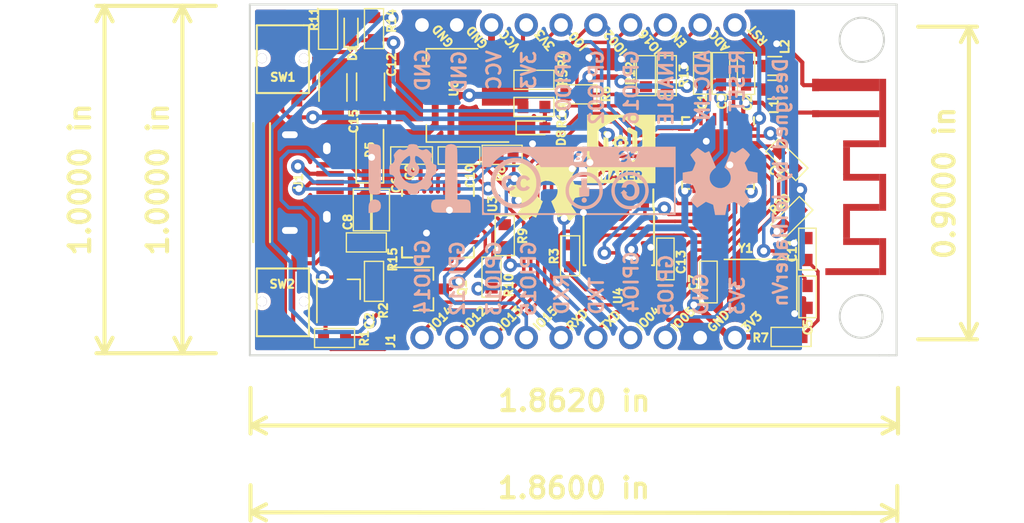
<source format=kicad_pcb>
(kicad_pcb (version 4) (host pcbnew 4.0.6-e0-6349~53~ubuntu16.04.1)
  (layers (0 F.Cu signal) (31 B.Cu signal) (34 B.Paste user) (35 F.Paste user) (36 B.SilkS user hide) (37 F.SilkS user) (38 B.Mask user hide) (39 F.Mask user hide) (44 Edge.Cuts user))
  (net 0 "")
  (net 1 "Net-(AE1-Pad1)")
  (net 2 GND)
  (net 3 3V3)
  (net 4 "Net-(C2-Pad1)")
  (net 5 "Net-(C5-Pad2)")
  (net 6 VUSB)
  (net 7 "Net-(C7-Pad2)")
  (net 8 REST)
  (net 9 "Net-(D1-Pad2)")
  (net 10 GPIO16)
  (net 11 ADC_EX)
  (net 12 "Net-(D8-Pad2)")
  (net 13 GPIO0)
  (net 14 GPIO2)
  (net 15 GPIO14)
  (net 16 GPIO12)
  (net 17 GPIO13)
  (net 18 GPIO15)
  (net 19 RXD)
  (net 20 TXD)
  (net 21 GPIO10)
  (net 22 GPIO9)
  (net 23 MOSI)
  (net 24 CSO)
  (net 25 MISO)
  (net 26 SCLK)
  (net 27 EN)
  (net 28 GPIO5)
  (net 29 GPIO4)
  (net 30 "Net-(L1-Pad2)")
  (net 31 RTS)
  (net 32 "Net-(Q1-Pad2)")
  (net 33 DTR)
  (net 34 "Net-(Q2-Pad2)")
  (net 35 "Net-(R3-Pad1)")
  (net 36 "Net-(R9-Pad2)")
  (net 37 "Net-(R10-Pad2)")
  (net 38 ADC)
  (net 39 "Net-(R15-Pad2)")
  (net 40 "Net-(R20-Pad2)")
  (net 41 D-)
  (net 42 D+)
  (net 43 "Net-(U1-Pad4)")
  (net 44 "Net-(U2-Pad5)")
  (net 45 "Net-(U3-Pad1)")
  (net 46 "Net-(U3-Pad2)")
  (net 47 "Net-(U3-Pad9)")
  (net 48 "Net-(U3-Pad10)")
  (net 49 "Net-(U3-Pad11)")
  (net 50 "Net-(U3-Pad12)")
  (net 51 "Net-(U3-Pad13)")
  (net 52 "Net-(U3-Pad14)")
  (net 53 "Net-(U3-Pad15)")
  (net 54 "Net-(U3-Pad16)")
  (net 55 "Net-(U3-Pad17)")
  (net 56 "Net-(U3-Pad18)")
  (net 57 "Net-(U3-Pad19)")
  (net 58 "Net-(U3-Pad20)")
  (net 59 "Net-(U3-Pad21)")
  (net 60 "Net-(U3-Pad22)")
  (net 61 "Net-(U3-Pad23)")
  (net 62 "Net-(U3-Pad27)")
  (net 63 "Net-(U6-Pad4)")
  (net 64 VCC)
  (module esp8266:R_0603 (layer F.Cu) (at 150.241 92.7862 180)
    (fp_text reference R4 (at -2.11328 -0.04572 450) (layer F.SilkS) (effects (font (size 0.6 0.6))))
    (fp_text value 10K hide)
    (pad 2 smd rect (at 0.799999 0 180) (size 0.8 0.9) (layers F.Cu F.Paste F.Mask) (net 3 3V3))
    (pad 1 smd rect (at -0.799999 0 180) (size 0.8 0.9) (layers F.Cu F.Paste F.Mask) (net 13 GPIO0))
  )
  (module Pin_Headers:Pin_Header_Straight_1x10_Pitch2.54mm (layer F.Cu) (at 142.0622 113.157 90)
    (fp_text reference J1 (at -0.24384 -2.286 270) (layer F.SilkS) (effects (font (size 0.6 0.6))))
    (fp_text value CONN_01X10)
    (pad 1 thru_hole circle (at 0 0 90) (size 1.7 1.7) (drill 1) (layers *.Cu *.Mask) (net 15 GPIO14))
    (pad 2 thru_hole oval (at 0 2.54 90) (size 1.7 1.7) (drill 1) (layers *.Cu *.Mask) (net 16 GPIO12))
    (pad 3 thru_hole oval (at 0 5.08 90) (size 1.7 1.7) (drill 1) (layers *.Cu *.Mask) (net 17 GPIO13))
    (pad 4 thru_hole oval (at 0 7.62 90) (size 1.7 1.7) (drill 1) (layers *.Cu *.Mask) (net 18 GPIO15))
    (pad 5 thru_hole oval (at 0 10.16 90) (size 1.7 1.7) (drill 1) (layers *.Cu *.Mask) (net 19 RXD))
    (pad 6 thru_hole oval (at 0 12.7 90) (size 1.7 1.7) (drill 1) (layers *.Cu *.Mask) (net 20 TXD))
    (pad 7 thru_hole oval (at 0 15.24 90) (size 1.7 1.7) (drill 1) (layers *.Cu *.Mask) (net 29 GPIO4))
    (pad 8 thru_hole oval (at 0 17.78 90) (size 1.7 1.7) (drill 1) (layers *.Cu *.Mask) (net 28 GPIO5))
    (pad 9 thru_hole oval (at 0 20.32 90) (size 1.7 1.7) (drill 1) (layers *.Cu *.Mask) (net 2 GND))
    (pad 10 thru_hole oval (at 0 22.86 90) (size 1.7 1.7) (drill 1) (layers *.Cu *.Mask) (net 3 3V3))
  )
  (module Pin_Headers:Pin_Header_Straight_1x10_Pitch2.54mm (layer F.Cu) (at 142.0622 90.297 90)
    (fp_text reference J2 hide)
    (fp_text value CONN_01X10)
    (pad 1 thru_hole circle (at 0 0 90) (size 1.7 1.7) (drill 1) (layers *.Cu *.Mask) (net 2 GND))
    (pad 2 thru_hole oval (at 0 2.54 90) (size 1.7 1.7) (drill 1) (layers *.Cu *.Mask) (net 2 GND))
    (pad 3 thru_hole oval (at 0 5.08 90) (size 1.7 1.7) (drill 1) (layers *.Cu *.Mask) (net 64 VCC))
    (pad 4 thru_hole oval (at 0 7.62 90) (size 1.7 1.7) (drill 1) (layers *.Cu *.Mask) (net 3 3V3))
    (pad 5 thru_hole oval (at 0 10.16 90) (size 1.7 1.7) (drill 1) (layers *.Cu *.Mask) (net 13 GPIO0))
    (pad 6 thru_hole oval (at 0 12.7 90) (size 1.7 1.7) (drill 1) (layers *.Cu *.Mask) (net 14 GPIO2))
    (pad 7 thru_hole oval (at 0 15.24 90) (size 1.7 1.7) (drill 1) (layers *.Cu *.Mask) (net 10 GPIO16))
    (pad 8 thru_hole oval (at 0 17.78 90) (size 1.7 1.7) (drill 1) (layers *.Cu *.Mask) (net 27 EN))
    (pad 9 thru_hole oval (at 0 20.32 90) (size 1.7 1.7) (drill 1) (layers *.Cu *.Mask) (net 11 ADC_EX))
    (pad 10 thru_hole oval (at 0 22.86 90) (size 1.7 1.7) (drill 1) (layers *.Cu *.Mask) (net 8 REST))
  )
  (module TO_SOT_Packages_SMD:SOT-223 (layer F.Cu) (at 144.28938 95.44558 180)
    (fp_text reference U6 (at -0.1016 0.51054 270) (layer F.SilkS) (effects (font (size 0.6 0.6))))
    (fp_text value AMS1117-3.3)
    (pad 4 smd rect (at 3.15 0 180) (size 2 3.8) (layers F.Cu F.Paste F.Mask) (net 63 "Net-(U6-Pad4)"))
    (pad 2 smd rect (at -3.15 0 180) (size 2 1.5) (layers F.Cu F.Paste F.Mask) (net 3 3V3))
    (pad 3 smd rect (at -3.15 2.3 180) (size 2 1.5) (layers F.Cu F.Paste F.Mask) (net 64 VCC))
    (pad 1 smd rect (at -3.15 -2.3 180) (size 2 1.5) (layers F.Cu F.Paste F.Mask) (net 2 GND))
  )
  (module esp8266:nut_nhan_ngang (layer F.Cu) (at 132.5372 90.5764 270)
    (fp_text reference SW1 (at 3.54076 0.635 360) (layer F.SilkS) (effects (font (size 0.6 0.6))))
    (fp_text value SW_Push)
    (pad "" smd trapezoid (at -0.635 -0.381 270) (size 1.2 0.8) (layers F.Cu F.Paste F.Mask))
    (pad 2 smd trapezoid (at -0.635 1.778 270) (size 1.2 0.8) (layers F.Cu F.Paste F.Mask) (net 2 GND))
    (pad 1 smd trapezoid (at 5.08 -0.381 270) (size 1.2 0.8) (layers F.Cu F.Paste F.Mask) (net 10 GPIO16))
    (pad 2 smd trapezoid (at 5.08 1.778 270) (size 1.2 0.8) (layers F.Cu F.Paste F.Mask) (net 2 GND))
    (pad "" thru_hole circle (at 2.159 -0.889 270) (size 0.7 0.7) (drill 0.7) (layers *.Cu *.Mask))
    (pad "" thru_hole circle (at 2.159 2.159) (size 0.7 0.7) (drill 0.7) (layers *.Cu *.Mask))
  )
  (module esp8266:C_0603 (layer F.Cu) (at 162.9918 109.093 90)
    (fp_text reference C7 (at -0.0508 -1.09728 90) (layer F.SilkS) (effects (font (size 0.6 0.6))))
    (fp_text value 10pF hide)
    (pad 2 smd rect (at 0.799999 0 90) (size 0.9 0.75) (layers F.Cu F.Paste F.Mask) (net 7 "Net-(C7-Pad2)"))
    (pad 1 smd rect (at -0.799999 0 90) (size 0.9 0.75) (layers F.Cu F.Paste F.Mask) (net 2 GND))
  )
  (module esp8266:esp8266ex (layer F.Cu) (at 161.1503 97.1242 270)
    (fp_text reference U2 (at 6.34016 -2.73558 450) (layer F.SilkS) (effects (font (size 0.6 0.6))))
    (fp_text value chip-esp8266)
    (pad 1 smd rect (at 0.0635 -4.29 270) (size 0.9 0.25) (layers F.Cu F.Paste F.Mask) (net 3 3V3))
    (pad 2 smd rect (at 0.0635 -3.79 270) (size 0.9 0.25) (layers F.Cu F.Paste F.Mask) (net 4 "Net-(C2-Pad1)"))
    (pad 3 smd rect (at 0.0635 -3.29 270) (size 0.9 0.25) (layers F.Cu F.Paste F.Mask) (net 3 3V3))
    (pad 4 smd rect (at 0.0635 -2.79 270) (size 0.9 0.25) (layers F.Cu F.Paste F.Mask) (net 3 3V3))
    (pad 5 smd rect (at 0.0635 -2.286 270) (size 0.9 0.25) (layers F.Cu F.Paste F.Mask) (net 44 "Net-(U2-Pad5)"))
    (pad 6 smd rect (at 0.0635 -1.778 270) (size 0.9 0.25) (layers F.Cu F.Paste F.Mask) (net 38 ADC))
    (pad 7 smd rect (at 0.0635 -1.29 270) (size 0.9 0.25) (layers F.Cu F.Paste F.Mask) (net 27 EN))
    (pad 8 smd rect (at 0.0635 -0.79 270) (size 0.9 0.25) (layers F.Cu F.Paste F.Mask) (net 10 GPIO16))
    (pad 9 smd rect (at 0.79 -0.0635) (size 0.9 0.25) (layers F.Cu F.Paste F.Mask) (net 15 GPIO14))
    (pad 10 smd rect (at 1.29 -0.0635) (size 0.9 0.25) (layers F.Cu F.Paste F.Mask) (net 16 GPIO12))
    (pad 11 smd rect (at 1.79 -0.0635) (size 0.9 0.25) (layers F.Cu F.Paste F.Mask) (net 3 3V3))
    (pad 12 smd rect (at 2.29 -0.0635) (size 0.9 0.25) (layers F.Cu F.Paste F.Mask) (net 17 GPIO13))
    (pad 13 smd rect (at 2.794 -0.0635) (size 0.9 0.25) (layers F.Cu F.Paste F.Mask) (net 18 GPIO15))
    (pad 14 smd rect (at 3.302 -0.0635) (size 0.9 0.25) (layers F.Cu F.Paste F.Mask) (net 14 GPIO2))
    (pad 15 smd rect (at 3.79 -0.0635) (size 0.9 0.25) (layers F.Cu F.Paste F.Mask) (net 13 GPIO0))
    (pad 16 smd rect (at 4.29 -0.0635) (size 0.9 0.25) (layers F.Cu F.Paste F.Mask) (net 29 GPIO4))
    (pad 17 smd rect (at 5.0165 -0.79 270) (size 0.9 0.25) (layers F.Cu F.Paste F.Mask) (net 3 3V3))
    (pad 18 smd rect (at 5.0165 -1.29 270) (size 0.9 0.25) (layers F.Cu F.Paste F.Mask) (net 22 GPIO9))
    (pad 19 smd rect (at 5.0165 -1.79 270) (size 0.9 0.25) (layers F.Cu F.Paste F.Mask) (net 21 GPIO10))
    (pad 20 smd rect (at 5.0165 -2.29 270) (size 0.9 0.25) (layers F.Cu F.Paste F.Mask) (net 24 CSO))
    (pad 21 smd rect (at 5.0165 -2.794 270) (size 0.9 0.25) (layers F.Cu F.Paste F.Mask) (net 35 "Net-(R3-Pad1)"))
    (pad 22 smd rect (at 5.0165 -3.29 270) (size 0.9 0.25) (layers F.Cu F.Paste F.Mask) (net 25 MISO))
    (pad 23 smd rect (at 5.0165 -3.79 270) (size 0.9 0.25) (layers F.Cu F.Paste F.Mask) (net 23 MOSI))
    (pad 24 smd rect (at 5.0165 -4.29 270) (size 0.9 0.25) (layers F.Cu F.Paste F.Mask) (net 28 GPIO5))
    (pad 25 smd rect (at 4.29 -5.0165) (size 0.9 0.25) (layers F.Cu F.Paste F.Mask) (net 19 RXD))
    (pad 26 smd rect (at 3.79 -5.0165) (size 0.9 0.25) (layers F.Cu F.Paste F.Mask) (net 20 TXD))
    (pad 27 smd rect (at 3.29 -5.0165) (size 0.9 0.25) (layers F.Cu F.Paste F.Mask) (net 7 "Net-(C7-Pad2)"))
    (pad 28 smd rect (at 2.79 -5.0165) (size 0.9 0.25) (layers F.Cu F.Paste F.Mask) (net 5 "Net-(C5-Pad2)"))
    (pad 29 smd rect (at 2.29 -5.0165) (size 0.9 0.25) (layers F.Cu F.Paste F.Mask) (net 3 3V3))
    (pad 30 smd rect (at 1.79 -5.0165) (size 0.9 0.25) (layers F.Cu F.Paste F.Mask) (net 3 3V3))
    (pad 31 smd rect (at 1.29 -5.0165) (size 0.9 0.25) (layers F.Cu F.Paste F.Mask) (net 40 "Net-(R20-Pad2)"))
    (pad 32 smd rect (at 0.79 -5.0165) (size 0.9 0.25) (layers F.Cu F.Paste F.Mask) (net 8 REST))
    (pad 33 smd rect (at 3.4025 -1.6775 270) (size 1.725 1.725) (layers F.Cu F.Paste F.Mask) (net 2 GND))
    (pad 33 smd rect (at 3.4025 -3.4025 270) (size 1.725 1.725) (layers F.Cu F.Paste F.Mask) (net 2 GND))
    (pad 33 smd rect (at 1.6775 -1.6775 270) (size 1.725 1.725) (layers F.Cu F.Paste F.Mask) (net 2 GND))
    (pad 33 smd rect (at 1.6775 -3.4025 270) (size 1.725 1.725) (layers F.Cu F.Paste F.Mask) (net 2 GND))
  )
  (module esp8266:R_0603 (layer F.Cu) (at 152.8826 107.175401 270)
    (fp_text reference R3 (at 0.027839 1.16332 450) (layer F.SilkS) (effects (font (size 0.6 0.6))))
    (fp_text value 200 hide)
    (pad 2 smd rect (at 0.799999 0 270) (size 0.8 0.9) (layers F.Cu F.Paste F.Mask) (net 26 SCLK))
    (pad 1 smd rect (at -0.799999 0 270) (size 0.8 0.9) (layers F.Cu F.Paste F.Mask) (net 35 "Net-(R3-Pad1)"))
  )
  (module esp8266:SOT-23_standar (layer F.Cu) (at 142.1384 109.601)
    (fp_text reference Q1 (at 2.8702 -0.0762 270) (layer F.SilkS) (effects (font (size 0.6 0.6))))
    (fp_text value S8050 hide)
    (pad 1 smd rect (at -1.3 -0.95) (size 1.2 0.8) (layers F.Cu F.Paste F.Mask) (net 31 RTS))
    (pad 2 smd rect (at -1.3 0.95) (size 1.2 0.8) (layers F.Cu F.Paste F.Mask) (net 32 "Net-(Q1-Pad2)"))
    (pad 3 smd rect (at 1.3 0) (size 1.2 0.8) (layers F.Cu F.Paste F.Mask) (net 8 REST))
  )
  (module esp8266:anten (layer F.Cu) (at 171.06754 94.23416 270)
    (fp_text reference ANT hide)
    (fp_text value ANT hide)
    (fp_poly (pts (xy 2.3 -4.4) (xy 2.3 0.5) (xy 2.8 0.5) (xy 2.8 -4.4) (xy 2.3 -4.4)) (layer F.Cu) (width 0))
    (fp_poly (pts (xy 0 -4.4) (xy 0 0.5) (xy 0.9 0.5) (xy 0.9 -4.4) (xy 0 -4.4)) (layer F.Cu) (width 0))
    (fp_poly (pts (xy 0 -4.9) (xy 0 -4.4) (xy 5 -4.4) (xy 5 -4.9) (xy 0 -4.9)) (layer F.Cu) (width 0))
    (fp_poly (pts (xy 4.5 -4.4) (xy 4.5 -1.76) (xy 5 -1.76) (xy 5 -4.4) (xy 4.5 -4.4)) (layer F.Cu) (width 0))
    (fp_poly (pts (xy 5 -2.26) (xy 5 -1.76) (xy 7 -1.76) (xy 7 -2.26) (xy 5 -2.26)) (layer F.Cu) (width 0))
    (fp_poly (pts (xy 6.95 -4.4) (xy 6.95 -1.76) (xy 7.45 -1.76) (xy 7.45 -4.4) (xy 6.95 -4.4)) (layer F.Cu) (width 0))
    (fp_poly (pts (xy 6.95 -4.9) (xy 6.95 -4.4) (xy 9.65 -4.4) (xy 9.65 -4.9) (xy 6.95 -4.9)) (layer F.Cu) (width 0))
    (fp_poly (pts (xy 9.15 -4.4) (xy 9.15 -1.76) (xy 9.65 -1.76) (xy 9.65 -4.4) (xy 9.15 -4.4)) (layer F.Cu) (width 0))
    (fp_poly (pts (xy 9.65 -2.26) (xy 9.65 -1.76) (xy 11.65 -1.76) (xy 11.65 -2.26) (xy 9.65 -2.26)) (layer F.Cu) (width 0))
    (fp_poly (pts (xy 11.65 -4.4) (xy 11.65 -1.76) (xy 12.15 -1.76) (xy 12.15 -4.4) (xy 11.65 -4.4)) (layer F.Cu) (width 0))
    (fp_poly (pts (xy 11.65 -4.9) (xy 11.65 -4.4) (xy 14.35 -4.4) (xy 14.35 -4.9) (xy 11.65 -4.9)) (layer F.Cu) (width 0))
    (fp_poly (pts (xy 13.85 -4.4) (xy 13.85 -0.46) (xy 14.35 -0.46) (xy 14.35 -4.4) (xy 13.85 -4.4)) (layer F.Cu) (width 0))
    (pad 1 smd rect (at 2.55 0.25 270) (size 0.5 0.5) (layers F.Cu F.Paste F.Mask) (net 1 "Net-(AE1-Pad1)"))
    (pad 2 smd rect (at 0.45 0.25 270) (size 0.9 0.5) (layers F.Cu F.Paste F.Mask) (net 2 GND))
  )
  (module esp8266:C_0603 (layer F.Cu) (at 162.5346 93.8276 90)
    (fp_text reference C1 (at -2.0828 0.02032 90) (layer F.SilkS) (effects (font (size 0.6 0.6))))
    (fp_text value 10uF hide)
    (pad 2 smd rect (at 0.799999 0 90) (size 0.9 0.75) (layers F.Cu F.Paste F.Mask) (net 2 GND))
    (pad 1 smd rect (at -0.799999 0 90) (size 0.9 0.75) (layers F.Cu F.Paste F.Mask) (net 3 3V3))
  )
  (module esp8266:C_0603 (layer F.Cu) (at 165.735 93.853 270)
    (fp_text reference C2 (at 2.1336 -0.1016 270) (layer F.SilkS) (effects (font (size 0.6 0.6))))
    (fp_text value 5.6pF hide)
    (pad 2 smd rect (at 0.799999 0 270) (size 0.9 0.75) (layers F.Cu F.Paste F.Mask) (net 1 "Net-(AE1-Pad1)"))
    (pad 1 smd rect (at -0.799999 0 270) (size 0.9 0.75) (layers F.Cu F.Paste F.Mask) (net 4 "Net-(C2-Pad1)"))
  )
  (module esp8266:C_0603 (layer F.Cu) (at 163.9062 93.840401 90)
    (fp_text reference C3 (at -2.044599 0.08636 90) (layer F.SilkS) (effects (font (size 0.6 0.6))))
    (fp_text value 100NF hide)
    (pad 2 smd rect (at 0.799999 0 90) (size 0.9 0.75) (layers F.Cu F.Paste F.Mask) (net 2 GND))
    (pad 1 smd rect (at -0.799999 0 90) (size 0.9 0.75) (layers F.Cu F.Paste F.Mask) (net 3 3V3))
  )
  (module esp8266:C_0603 (layer F.Cu) (at 168.715529 100.155274 316)
    (fp_text reference C4 (at 0.110404 1.223835 496) (layer F.SilkS) (effects (font (size 0.6 0.6))))
    (fp_text value 1uF hide)
    (pad 2 smd rect (at 0.799999 0 316) (size 0.9 0.75) (layers F.Cu F.Paste F.Mask) (net 2 GND))
    (pad 1 smd rect (at -0.799999 0 316) (size 0.9 0.75) (layers F.Cu F.Paste F.Mask) (net 3 3V3))
  )
  (module esp8266:C_0603 (layer F.Cu) (at 170.2308 110.180019 90)
    (fp_text reference C5 (at -2.212239 0.03048 90) (layer F.SilkS) (effects (font (size 0.6 0.6))))
    (fp_text value 10pF hide)
    (pad 2 smd rect (at 0.799999 0 90) (size 0.9 0.75) (layers F.Cu F.Paste F.Mask) (net 5 "Net-(C5-Pad2)"))
    (pad 1 smd rect (at -0.799999 0 90) (size 0.9 0.75) (layers F.Cu F.Paste F.Mask) (net 2 GND))
  )
  (module esp8266:C_0603 (layer F.Cu) (at 139.0523 103.822601 270)
    (fp_text reference C6 (at -1.831441 -1.14046 270) (layer F.SilkS) (effects (font (size 0.6 0.6))))
    (fp_text value 10uF hide)
    (pad 2 smd rect (at 0.799999 0 270) (size 0.9 0.75) (layers F.Cu F.Paste F.Mask) (net 2 GND))
    (pad 1 smd rect (at -0.799999 0 270) (size 0.9 0.75) (layers F.Cu F.Paste F.Mask) (net 64 VCC))
  )
  (module esp8266:C_0603 (layer F.Cu) (at 137.6807 103.822601 270)
    (fp_text reference C8 (at 0.886359 1.03378 270) (layer F.SilkS) (effects (font (size 0.6 0.6))))
    (fp_text value 100nF hide)
    (pad 2 smd rect (at 0.799999 0 270) (size 0.9 0.75) (layers F.Cu F.Paste F.Mask) (net 2 GND))
    (pad 1 smd rect (at -0.799999 0 270) (size 0.9 0.75) (layers F.Cu F.Paste F.Mask) (net 64 VCC))
  )
  (module esp8266:C_0603 (layer F.Cu) (at 141.3002 99.8474 180)
    (fp_text reference C9 (at 0.12192 -1.2192 450) (layer F.SilkS) (effects (font (size 0.6 0.6))))
    (fp_text value 10uF hide)
    (pad 2 smd rect (at 0.799999 0 180) (size 0.9 0.75) (layers F.Cu F.Paste F.Mask) (net 2 GND))
    (pad 1 smd rect (at -0.799999 0 180) (size 0.9 0.75) (layers F.Cu F.Paste F.Mask) (net 3 3V3))
  )
  (module esp8266:C_0603 (layer F.Cu) (at 144.767199 99.8474)
    (fp_text reference C10 (at 0.820521 1.49352 270) (layer F.SilkS) (effects (font (size 0.6 0.6))))
    (fp_text value 100nF hide)
    (pad 2 smd rect (at 0.799999 0) (size 0.9 0.75) (layers F.Cu F.Paste F.Mask) (net 2 GND))
    (pad 1 smd rect (at -0.799999 0) (size 0.9 0.75) (layers F.Cu F.Paste F.Mask) (net 3 3V3))
  )
  (module esp8266:C_0603 (layer F.Cu) (at 170.2181 106.68254 90)
    (fp_text reference C11 (at -0.08636 -1.10744 90) (layer F.SilkS) (effects (font (size 0.6 0.6))))
    (fp_text value 100nF hide)
    (pad 2 smd rect (at 0.799999 0 90) (size 0.9 0.75) (layers F.Cu F.Paste F.Mask) (net 2 GND))
    (pad 1 smd rect (at -0.799999 0 90) (size 0.9 0.75) (layers F.Cu F.Paste F.Mask) (net 8 REST))
  )
  (module LEDs:LED_0603 (layer F.Cu) (at 136.8806 90.6146 90)
    (fp_text reference D1 (at -1.72964 0.1016 270) (layer F.SilkS) (effects (font (size 0.6 0.6))))
    (fp_text value LED)
    (pad 2 smd rect (at 0.8 0 270) (size 0.8 0.8) (layers F.Cu F.Paste F.Mask) (net 9 "Net-(D1-Pad2)"))
    (pad 1 smd rect (at -0.8 0 270) (size 0.8 0.8) (layers F.Cu F.Paste F.Mask) (net 10 GPIO16))
  )
  (module LEDs:LED_0603 (layer F.Cu) (at 150.241 97.8154)
    (fp_text reference D8 (at 1.99644 0.74676 90) (layer F.SilkS) (effects (font (size 0.6 0.6))))
    (fp_text value LED)
    (pad 2 smd rect (at 0.8 0 180) (size 0.8 0.8) (layers F.Cu F.Paste F.Mask) (net 12 "Net-(D8-Pad2)"))
    (pad 1 smd rect (at -0.8 0 180) (size 0.8 0.8) (layers F.Cu F.Paste F.Mask) (net 2 GND))
  )
  (module Inductors_SMD:L_0603 (layer F.Cu) (at 167.8298 95.0214)
    (fp_text reference L1 (at -0.04756 1.25984 90) (layer F.SilkS) (effects (font (size 0.6 0.6))))
    (fp_text value L)
    (pad 1 smd rect (at -0.75 0) (size 0.5 0.9) (layers F.Cu F.Paste F.Mask) (net 1 "Net-(AE1-Pad1)"))
    (pad 2 smd rect (at 0.75 0) (size 0.5 0.9) (layers F.Cu F.Paste F.Mask) (net 30 "Net-(L1-Pad2)"))
  )
  (module Inductors_SMD:L_0603 (layer F.Cu) (at 167.8298 93.2942)
    (fp_text reference L2 (at 0.74492 -1.40716 90) (layer F.SilkS) (effects (font (size 0.6 0.6))))
    (fp_text value L)
    (pad 1 smd rect (at -0.75 0) (size 0.5 0.9) (layers F.Cu F.Paste F.Mask) (net 4 "Net-(C2-Pad1)"))
    (pad 2 smd rect (at 0.75 0) (size 0.5 0.9) (layers F.Cu F.Paste F.Mask) (net 30 "Net-(L1-Pad2)"))
  )
  (module esp8266:SOT-23_standar (layer F.Cu) (at 135.9662 109.6564 90)
    (fp_text reference Q2 (at -2.27124 2.2606 270) (layer F.SilkS) (effects (font (size 0.6 0.6))))
    (fp_text value S8050 hide)
    (pad 1 smd rect (at -1.3 -0.95 90) (size 1.2 0.8) (layers F.Cu F.Paste F.Mask) (net 33 DTR))
    (pad 2 smd rect (at -1.3 0.95 90) (size 1.2 0.8) (layers F.Cu F.Paste F.Mask) (net 34 "Net-(Q2-Pad2)"))
    (pad 3 smd rect (at 1.3 0 90) (size 1.2 0.8) (layers F.Cu F.Paste F.Mask) (net 13 GPIO0))
  )
  (module esp8266:R_0603 (layer F.Cu) (at 135.674201 113.1824 180)
    (fp_text reference R1 (at -2.176679 -0.02032 270) (layer F.SilkS) (effects (font (size 0.6 0.6))))
    (fp_text value 10K hide)
    (pad 2 smd rect (at 0.799999 0 180) (size 0.8 0.9) (layers F.Cu F.Paste F.Mask) (net 33 DTR))
    (pad 1 smd rect (at -0.799999 0 180) (size 0.8 0.9) (layers F.Cu F.Paste F.Mask) (net 32 "Net-(Q1-Pad2)"))
  )
  (module esp8266:R_0603 (layer F.Cu) (at 138.557 109.0422 90)
    (fp_text reference R2 (at -2.13868 0.6858 270) (layer F.SilkS) (effects (font (size 0.6 0.6))))
    (fp_text value 10K hide)
    (pad 2 smd rect (at 0.799999 0 90) (size 0.8 0.9) (layers F.Cu F.Paste F.Mask) (net 31 RTS))
    (pad 1 smd rect (at -0.799999 0 90) (size 0.8 0.9) (layers F.Cu F.Paste F.Mask) (net 34 "Net-(Q2-Pad2)"))
  )
  (module esp8266:R_0603 (layer F.Cu) (at 150.241 94.3102 180)
    (fp_text reference R5 (at -2.11328 0.16256 450) (layer F.SilkS) (effects (font (size 0.6 0.6))))
    (fp_text value 10K hide)
    (pad 2 smd rect (at 0.799999 0 180) (size 0.8 0.9) (layers F.Cu F.Paste F.Mask) (net 3 3V3))
    (pad 1 smd rect (at -0.799999 0 180) (size 0.8 0.9) (layers F.Cu F.Paste F.Mask) (net 14 GPIO2))
  )
  (module esp8266:R_0603 (layer F.Cu) (at 153.37536 95.37192 180)
    (fp_text reference R6 (at -2.11836 0.02032 450) (layer F.SilkS) (effects (font (size 0.6 0.6))))
    (fp_text value 10K hide)
    (pad 2 smd rect (at 0.799999 0 180) (size 0.8 0.9) (layers F.Cu F.Paste F.Mask) (net 3 3V3))
    (pad 1 smd rect (at -0.799999 0 180) (size 0.8 0.9) (layers F.Cu F.Paste F.Mask) (net 27 EN))
  )
  (module esp8266:R_0603 (layer F.Cu) (at 169.0243 113.1062 180)
    (fp_text reference R7 (at 2.22504 -0.07112 360) (layer F.SilkS) (effects (font (size 0.6 0.6))))
    (fp_text value 10K hide)
    (pad 2 smd rect (at 0.799999 0 180) (size 0.8 0.9) (layers F.Cu F.Paste F.Mask) (net 3 3V3))
    (pad 1 smd rect (at -0.799999 0 180) (size 0.8 0.9) (layers F.Cu F.Paste F.Mask) (net 8 REST))
  )
  (module esp8266:R_0603 (layer F.Cu) (at 147.917001 99.7966 180)
    (fp_text reference R8 (at 0.104241 -1.36144 450) (layer F.SilkS) (effects (font (size 0.6 0.6))))
    (fp_text value 10K hide)
    (pad 2 smd rect (at 0.799999 0 180) (size 0.8 0.9) (layers F.Cu F.Paste F.Mask) (net 2 GND))
    (pad 1 smd rect (at -0.799999 0 180) (size 0.8 0.9) (layers F.Cu F.Paste F.Mask) (net 18 GPIO15))
  )
  (module esp8266:R_0603 (layer F.Cu) (at 148.1074 105.702201 90)
    (fp_text reference R9 (at -0.022759 1.31064 270) (layer F.SilkS) (effects (font (size 0.6 0.6))))
    (fp_text value 470 hide)
    (pad 2 smd rect (at 0.799999 0 90) (size 0.8 0.9) (layers F.Cu F.Paste F.Mask) (net 36 "Net-(R9-Pad2)"))
    (pad 1 smd rect (at -0.799999 0 90) (size 0.8 0.9) (layers F.Cu F.Paste F.Mask) (net 20 TXD))
  )
  (module esp8266:R_0603 (layer F.Cu) (at 147.1422 108.7374 90)
    (fp_text reference R10 (at -0.59436 1.26492 270) (layer F.SilkS) (effects (font (size 0.6 0.6))))
    (fp_text value 470 hide)
    (pad 2 smd rect (at 0.799999 0 90) (size 0.8 0.9) (layers F.Cu F.Paste F.Mask) (net 37 "Net-(R10-Pad2)"))
    (pad 1 smd rect (at -0.799999 0 90) (size 0.8 0.9) (layers F.Cu F.Paste F.Mask) (net 19 RXD))
  )
  (module esp8266:R_0603 (layer F.Cu) (at 135.2042 90.614601 90)
    (fp_text reference R11 (at 0.749401 -1.02108 270) (layer F.SilkS) (effects (font (size 0.6 0.6))))
    (fp_text value 470 hide)
    (pad 2 smd rect (at 0.799999 0 90) (size 0.8 0.9) (layers F.Cu F.Paste F.Mask) (net 9 "Net-(D1-Pad2)"))
    (pad 1 smd rect (at -0.799999 0 90) (size 0.8 0.9) (layers F.Cu F.Paste F.Mask) (net 3 3V3))
  )
  (module esp8266:R_0603 (layer F.Cu) (at 158.4198 94.0054 270)
    (fp_text reference R12 (at -0.15748 1.12776 450) (layer F.SilkS) (effects (font (size 0.6 0.6))))
    (fp_text value 220K/1% hide)
    (pad 2 smd rect (at 0.799999 0 270) (size 0.8 0.9) (layers F.Cu F.Paste F.Mask) (net 38 ADC))
    (pad 1 smd rect (at -0.799999 0 270) (size 0.8 0.9) (layers F.Cu F.Paste F.Mask) (net 11 ADC_EX))
  )
  (module esp8266:R_0603 (layer F.Cu) (at 159.9438 94.0054 90)
    (fp_text reference R13 (at -0.00508 1.25476 270) (layer F.SilkS) (effects (font (size 0.6 0.6))))
    (fp_text value 100K/1% hide)
    (pad 2 smd rect (at 0.799999 0 90) (size 0.8 0.9) (layers F.Cu F.Paste F.Mask) (net 2 GND))
    (pad 1 smd rect (at -0.799999 0 90) (size 0.8 0.9) (layers F.Cu F.Paste F.Mask) (net 38 ADC))
  )
  (module esp8266:R_0603 (layer F.Cu) (at 138.557 90.563801 270)
    (fp_text reference R14 (at -0.571601 -1.28524 450) (layer F.SilkS) (effects (font (size 0.6 0.6))))
    (fp_text value 470 hide)
    (pad 2 smd rect (at 0.799999 0 270) (size 0.8 0.9) (layers F.Cu F.Paste F.Mask) (net 10 GPIO16))
    (pad 1 smd rect (at -0.799999 0 270) (size 0.8 0.9) (layers F.Cu F.Paste F.Mask) (net 8 REST))
  )
  (module esp8266:R_0603 (layer F.Cu) (at 137.9982 106.1974 180)
    (fp_text reference R15 (at -1.92532 -1.24968 450) (layer F.SilkS) (effects (font (size 0.6 0.6))))
    (fp_text value 470 hide)
    (pad 2 smd rect (at 0.799999 0 180) (size 0.8 0.9) (layers F.Cu F.Paste F.Mask) (net 39 "Net-(R15-Pad2)"))
    (pad 1 smd rect (at -0.799999 0 180) (size 0.8 0.9) (layers F.Cu F.Paste F.Mask) (net 13 GPIO0))
  )
  (module esp8266:R_0603 (layer F.Cu) (at 150.241 96.2914)
    (fp_text reference R18 (at 2.03708 0.6858 270) (layer F.SilkS) (effects (font (size 0.6 0.6))))
    (fp_text value 100 hide)
    (pad 2 smd rect (at 0.799999 0) (size 0.8 0.9) (layers F.Cu F.Paste F.Mask) (net 12 "Net-(D8-Pad2)"))
    (pad 1 smd rect (at -0.799999 0) (size 0.8 0.9) (layers F.Cu F.Paste F.Mask) (net 3 3V3))
  )
  (module esp8266:R_0603 (layer F.Cu) (at 169.0878 104.3686 225)
    (fp_text reference R20 (at -0.071842 1.293157 405) (layer F.SilkS) (effects (font (size 0.6 0.6))))
    (fp_text value 2K hide)
    (pad 2 smd rect (at 0.799999 0 225) (size 0.8 0.9) (layers F.Cu F.Paste F.Mask) (net 40 "Net-(R20-Pad2)"))
    (pad 1 smd rect (at -0.799999 0 225) (size 0.8 0.9) (layers F.Cu F.Paste F.Mask) (net 2 GND))
  )
  (module esp8266:USB_Micro-B (layer F.Cu) (at 133.54766 101.8243 270)
    (fp_text reference U1 (at -0.0719 0.50246 270) (layer F.SilkS) (effects (font (size 0.6 0.6))))
    (fp_text value usb_mini_b hide)
    (pad 1 smd rect (at -1.3009 -1.8) (size 2 0.4) (layers F.Cu F.Paste F.Mask) (net 6 VUSB))
    (pad 2 smd rect (at -0.6509 -1.8) (size 2 0.4) (layers F.Cu F.Paste F.Mask) (net 41 D-))
    (pad 3 smd rect (at -0.0009 -1.8) (size 2 0.4) (layers F.Cu F.Paste F.Mask) (net 42 D+))
    (pad 4 smd rect (at 0.6491 -1.8) (size 2 0.4) (layers F.Cu F.Paste F.Mask) (net 43 "Net-(U1-Pad4)"))
    (pad 5 smd rect (at 1.2991 -1.8) (size 2 0.4) (layers F.Cu F.Paste F.Mask) (net 2 GND))
    (pad 6 thru_hole oval (at -2.5009 -1.56254) (size 0.95 1.25) (drill oval 0.55 0.85) (layers *.Cu *.Mask) (net 2 GND))
    (pad 6 thru_hole oval (at 2.4991 -1.56254) (size 0.95 1.25) (drill oval 0.55 0.85) (layers *.Cu *.Mask) (net 2 GND))
    (pad 6 thru_hole oval (at -3.5009 1.13746) (size 1.55 1) (drill oval 1.15 0.5) (layers *.Cu *.Mask) (net 2 GND))
    (pad 6 thru_hole oval (at 3.4991 1.13746) (size 1.55 1) (drill oval 1.15 0.5) (layers *.Cu *.Mask) (net 2 GND))
  )
  (module esp8266:cp2102 (layer F.Cu) (at 143.2292 104.6734 270)
    (fp_text reference U3 (at -1.28524 -3.99428 450) (layer F.SilkS) (effects (font (size 0.6 0.6))))
    (fp_text value CP2102)
    (pad 1 smd oval (at -2.54 -1.5 270) (size 1 0.3) (layers F.Cu F.Paste F.Mask) (net 45 "Net-(U3-Pad1)"))
    (pad 2 smd oval (at -2.54 -1 270) (size 1 0.3) (layers F.Cu F.Paste F.Mask) (net 46 "Net-(U3-Pad2)"))
    (pad 3 smd oval (at -2.54 -0.508 270) (size 1 0.3) (layers F.Cu F.Paste F.Mask) (net 2 GND))
    (pad 4 smd oval (at -2.54 0 270) (size 1 0.3) (layers F.Cu F.Paste F.Mask) (net 42 D+))
    (pad 5 smd oval (at -2.54 0.5 270) (size 1 0.3) (layers F.Cu F.Paste F.Mask) (net 41 D-))
    (pad 6 smd oval (at -2.54 1 270) (size 1 0.3) (layers F.Cu F.Paste F.Mask) (net 3 3V3))
    (pad 7 smd oval (at -2.54 1.524 270) (size 1 0.3) (layers F.Cu F.Paste F.Mask) (net 3 3V3))
    (pad 8 smd oval (at -1.5 2.54) (size 1 0.3) (layers F.Cu F.Paste F.Mask) (net 64 VCC))
    (pad 9 smd oval (at -1 2.54) (size 1 0.3) (layers F.Cu F.Paste F.Mask) (net 47 "Net-(U3-Pad9)"))
    (pad 10 smd oval (at -0.5 2.54) (size 1 0.3) (layers F.Cu F.Paste F.Mask) (net 48 "Net-(U3-Pad10)"))
    (pad 11 smd oval (at 0 2.54) (size 1 0.3) (layers F.Cu F.Paste F.Mask) (net 49 "Net-(U3-Pad11)"))
    (pad 12 smd oval (at 0.508 2.54) (size 1 0.3) (layers F.Cu F.Paste F.Mask) (net 50 "Net-(U3-Pad12)"))
    (pad 13 smd oval (at 1.016 2.54) (size 1 0.3) (layers F.Cu F.Paste F.Mask) (net 51 "Net-(U3-Pad13)"))
    (pad 14 smd oval (at 1.524 2.54) (size 1 0.3) (layers F.Cu F.Paste F.Mask) (net 52 "Net-(U3-Pad14)"))
    (pad 15 smd oval (at 2.54 1.524 270) (size 1 0.3) (layers F.Cu F.Paste F.Mask) (net 53 "Net-(U3-Pad15)"))
    (pad 16 smd oval (at 2.54 1.016 270) (size 1 0.3) (layers F.Cu F.Paste F.Mask) (net 54 "Net-(U3-Pad16)"))
    (pad 17 smd oval (at 2.54 0.5 270) (size 1 0.3) (layers F.Cu F.Paste F.Mask) (net 55 "Net-(U3-Pad17)"))
    (pad 18 smd oval (at 2.54 0 270) (size 1 0.3) (layers F.Cu F.Paste F.Mask) (net 56 "Net-(U3-Pad18)"))
    (pad 19 smd oval (at 2.54 -0.5 270) (size 1 0.3) (layers F.Cu F.Paste F.Mask) (net 57 "Net-(U3-Pad19)"))
    (pad 20 smd oval (at 2.54 -1 270) (size 1 0.3) (layers F.Cu F.Paste F.Mask) (net 58 "Net-(U3-Pad20)"))
    (pad 21 smd oval (at 2.54 -1.5 270) (size 1 0.3) (layers F.Cu F.Paste F.Mask) (net 59 "Net-(U3-Pad21)"))
    (pad 22 smd oval (at 1.5 -2.54) (size 1 0.3) (layers F.Cu F.Paste F.Mask) (net 60 "Net-(U3-Pad22)"))
    (pad 23 smd oval (at 1 -2.54) (size 1 0.3) (layers F.Cu F.Paste F.Mask) (net 61 "Net-(U3-Pad23)"))
    (pad 24 smd oval (at 0.5 -2.54) (size 1 0.3) (layers F.Cu F.Paste F.Mask) (net 31 RTS))
    (pad 25 smd oval (at 0 -2.54) (size 1 0.3) (layers F.Cu F.Paste F.Mask) (net 37 "Net-(R10-Pad2)"))
    (pad 26 smd oval (at -0.5 -2.54) (size 1 0.3) (layers F.Cu F.Paste F.Mask) (net 36 "Net-(R9-Pad2)"))
    (pad 27 smd oval (at -1 -2.54) (size 1 0.3) (layers F.Cu F.Paste F.Mask) (net 62 "Net-(U3-Pad27)"))
    (pad 28 smd oval (at -1.5 -2.54) (size 1 0.3) (layers F.Cu F.Paste F.Mask) (net 33 DTR))
    (pad 29 smd rect (at 0.8375 0.8375 270) (size 1.675 1.675) (layers F.Cu F.Paste F.Mask) (net 2 GND))
    (pad 29 smd rect (at 0.8375 -0.8375 270) (size 1.675 1.675) (layers F.Cu F.Paste F.Mask) (net 2 GND))
    (pad 29 smd rect (at -0.8375 0.8375 270) (size 1.675 1.675) (layers F.Cu F.Paste F.Mask) (net 2 GND))
    (pad 29 smd rect (at -0.8375 -0.8375 270) (size 1.675 1.675) (layers F.Cu F.Paste F.Mask) (net 2 GND))
  )
  (module Housings_SOIC:SOIC-8_3.9x4.9mm_Pitch1.27mm (layer F.Cu) (at 156.4386 105.791 270)
    (fp_text reference U4 (at 4.30784 0.04064 450) (layer F.SilkS) (effects (font (size 0.6 0.6))))
    (fp_text value 25Q32)
    (pad 1 smd rect (at -2.7 -1.905 270) (size 1.55 0.6) (layers F.Cu F.Paste F.Mask) (net 24 CSO))
    (pad 2 smd rect (at -2.7 -0.635 270) (size 1.55 0.6) (layers F.Cu F.Paste F.Mask) (net 23 MOSI))
    (pad 3 smd rect (at -2.7 0.635 270) (size 1.55 0.6) (layers F.Cu F.Paste F.Mask) (net 22 GPIO9))
    (pad 4 smd rect (at -2.7 1.905 270) (size 1.55 0.6) (layers F.Cu F.Paste F.Mask) (net 2 GND))
    (pad 5 smd rect (at 2.7 1.905 270) (size 1.55 0.6) (layers F.Cu F.Paste F.Mask) (net 25 MISO))
    (pad 6 smd rect (at 2.7 0.635 270) (size 1.55 0.6) (layers F.Cu F.Paste F.Mask) (net 26 SCLK))
    (pad 7 smd rect (at 2.7 -0.635 270) (size 1.55 0.6) (layers F.Cu F.Paste F.Mask) (net 21 GPIO10))
    (pad 8 smd rect (at 2.7 -1.905 270) (size 1.55 0.6) (layers F.Cu F.Paste F.Mask) (net 3 3V3))
  )
  (module esp8266:C_0603 (layer F.Cu) (at 159.8422 107.403799 90)
    (fp_text reference C13 (at -0.226161 1.14808 90) (layer F.SilkS) (effects (font (size 0.6 0.6))))
    (fp_text value 100nF hide)
    (pad 2 smd rect (at 0.799999 0 90) (size 0.9 0.75) (layers F.Cu F.Paste F.Mask) (net 2 GND))
    (pad 1 smd rect (at -0.799999 0 90) (size 0.9 0.75) (layers F.Cu F.Paste F.Mask) (net 3 3V3))
  )
  (module Capacitors_SMD:C_1206 (layer F.Cu) (at 138.303 94.8182 90)
    (fp_text reference C12 (at 1.61544 1.53924 270) (layer F.SilkS) (effects (font (size 0.6 0.6))))
    (fp_text value "10uF TANT")
    (pad 1 smd rect (at -1.5 0 90) (size 1 1.6) (layers F.Cu F.Paste F.Mask) (net 64 VCC))
    (pad 2 smd rect (at 1.5 0 90) (size 1 1.6) (layers F.Cu F.Paste F.Mask) (net 2 GND))
  )
  (module Capacitors_SMD:C_1206 (layer F.Cu) (at 135.5598 94.869 90)
    (fp_text reference C15 (at -2.46888 1.51892 270) (layer F.SilkS) (effects (font (size 0.6 0.6))))
    (fp_text value "10uF TANT")
    (pad 1 smd rect (at -1.5 0 90) (size 1 1.6) (layers F.Cu F.Paste F.Mask) (net 3 3V3))
    (pad 2 smd rect (at 1.5 0 90) (size 1 1.6) (layers F.Cu F.Paste F.Mask) (net 2 GND))
  )
  (module Diodes_SMD:D_SOD-123 (layer F.Cu) (at 138.2522 99.5934 90)
    (fp_text reference D5 (at 0.16764 0 270) (layer F.SilkS) (effects (font (size 0.6 0.6))))
    (fp_text value 1n5819)
    (pad 1 smd rect (at -1.65 0 90) (size 0.9 1.2) (layers F.Cu F.Paste F.Mask) (net 64 VCC))
    (pad 2 smd rect (at 1.65 0 90) (size 0.9 1.2) (layers F.Cu F.Paste F.Mask) (net 6 VUSB))
  )
  (module esp8266:nut_nhan_ngang (layer F.Cu) (at 132.5372 108.3564 270)
    (fp_text reference SW2 (at 0.889 0.6858 360) (layer F.SilkS) (effects (font (size 0.6 0.6))))
    (fp_text value SW_Push)
    (pad 1 smd trapezoid (at -0.635 -0.381 270) (size 1.2 0.8) (layers F.Cu F.Paste F.Mask) (net 39 "Net-(R15-Pad2)"))
    (pad 2 smd trapezoid (at -0.635 1.778 270) (size 1.2 0.8) (layers F.Cu F.Paste F.Mask) (net 2 GND))
    (pad 1 smd trapezoid (at 5.08 -0.381 270) (size 1.2 0.8) (layers F.Cu F.Paste F.Mask) (net 39 "Net-(R15-Pad2)"))
    (pad 2 smd trapezoid (at 5.08 1.778 270) (size 1.2 0.8) (layers F.Cu F.Paste F.Mask) (net 2 GND))
    (pad "" thru_hole circle (at 2.159 -0.889 270) (size 0.7 0.7) (drill 0.7) (layers *.Cu *.Mask))
    (pad "" thru_hole circle (at 2.159 2.159) (size 0.7 0.7) (drill 0.7) (layers *.Cu *.Mask))
  )
  (module esp8266:logo_cc-bby-sa_14.1x5mm (layer B.Cu) (at 153.5176 101.7016)
    (fp_text reference G*** hide)
    (fp_text value LOGO hide)
  )
  (module esp8266:logo_openhardware_5x5mm (layer F.Cu) (at 151.1808 102.2096)
    (fp_text reference G*** hide)
    (fp_text value LOGO hide)
  )
  (module esp8266:logo-iotmaker-v1 (layer F.Cu) (at 156.6164 99.3648)
    (fp_text reference G*** hide)
    (fp_text value LOGO hide)
  )
  (module esp8266:logo-iotmakervn_7.5x5 (layer B.Cu) (at 141.8844 101.5492)
    (fp_text reference G*** hide)
    (fp_text value LOGO hide)
  )
  (module esp8266:logo_openhardware_5x5mm (layer B.Cu) (at 163.83 101.7016)
    (fp_text reference G*** hide)
    (fp_text value LOGO hide)
  )
  (module Crystals:Crystal_SMD_5032-4pin_5.0x3.2mm (layer F.Cu) (at 166.79572 109.29036 180)
    (fp_text reference Y1 (at 1.08612 2.66116 180) (layer F.SilkS) (effects (font (size 0.6 0.6))))
    (fp_text value 26MHz)
    (pad 1 smd rect (at -1.65 1 180) (size 1.6 1.3) (layers F.Cu F.Paste F.Mask) (net 5 "Net-(C5-Pad2)"))
    (pad 2 smd rect (at 1.65 1 180) (size 1.6 1.3) (layers F.Cu F.Paste F.Mask) (net 2 GND))
    (pad 3 smd rect (at 1.65 -1 180) (size 1.6 1.3) (layers F.Cu F.Paste F.Mask) (net 7 "Net-(C7-Pad2)"))
    (pad 4 smd rect (at -1.65 -1 180) (size 1.6 1.3) (layers F.Cu F.Paste F.Mask) (net 2 GND))
  )
  (dimension 25.4 (width 0.3) (layer F.SilkS) (gr_text "1,0000 in" (at 123.2116 101.6 90) (layer F.SilkS) (effects (font (size 1.5 1.5) (thickness 0.3)))) (feature1 (pts (xy 125.476 88.9) (xy 121.8616 88.9))) (feature2 (pts (xy 125.476 114.3) (xy 121.8616 114.3))) (crossbar (pts (xy 124.5616 114.3) (xy 124.5616 88.9))) (arrow1a (pts (xy 124.5616 88.9) (xy 125.148021 90.026504))) (arrow1b (pts (xy 124.5616 88.9) (xy 123.975179 90.026504))) (arrow2a (pts (xy 124.5616 114.3) (xy 125.148021 113.173496))) (arrow2b (pts (xy 124.5616 114.3) (xy 123.975179 113.173496))))
  (dimension 47.244027 (width 0.3) (layer F.SilkS) (gr_text "1,8600 in" (at 153.158418 127.308651 359.9383917) (layer F.SilkS) (effects (font (size 1.5 1.5) (thickness 0.3)))) (feature1 (pts (xy 176.784 124.0028) (xy 176.778967 128.68405))) (feature2 (pts (xy 129.54 123.952) (xy 129.534967 128.63325))) (crossbar (pts (xy 129.53787 125.933252) (xy 176.78187 125.984052))) (arrow1a (pts (xy 176.78187 125.984052) (xy 175.654736 126.569261))) (arrow1b (pts (xy 176.78187 125.984052) (xy 175.655997 125.39642))) (arrow2a (pts (xy 129.53787 125.933252) (xy 130.663743 126.520884))) (arrow2b (pts (xy 129.53787 125.933252) (xy 130.665004 125.348043))))
  (gr_line (start 175.4632 88.7984) (end 176.7332 88.7984) (layer Edge.Cuts) (width 0.15))
  (gr_line (start 176.7332 114.4524) (end 176.7332 88.7984) (layer Edge.Cuts) (width 0.15))
  (gr_line (start 176.1744 114.4524) (end 176.7332 114.4524) (layer Edge.Cuts) (width 0.15))
  (gr_line (start 175.4632 114.4524) (end 176.1744 114.4524) (layer Edge.Cuts) (width 0.15))
  (gr_text GND (at 143.5989 91.09202 130) (layer F.SilkS) (effects (font (size 0.6 0.6))))
  (gr_text RST (at 166.59352 91.04884 130) (layer F.SilkS) (effects (font (size 0.6 0.6))))
  (gr_text ADC (at 163.77412 91.44 130) (layer F.SilkS) (effects (font (size 0.6 0.6))))
  (gr_text EN (at 160.84296 91.35872 130) (layer F.SilkS) (effects (font (size 0.6 0.6))))
  (gr_text IO16 (at 158.74492 91.52636 130) (layer F.SilkS) (effects (font (size 0.6 0.6))))
  (gr_text IO02 (at 156.20492 91.58224 130) (layer F.SilkS) (effects (font (size 0.6 0.6))))
  (gr_text IO0 (at 153.47188 91.47048 130) (layer F.SilkS) (effects (font (size 0.6 0.6))))
  (gr_text VCC (at 148.47824 91.41968 130) (layer F.SilkS) (effects (font (size 0.6 0.6))))
  (gr_text GND (at 146.09572 91.19108 130) (layer F.SilkS) (effects (font (size 0.6 0.6))))
  (gr_text 3V3 (at 151.03856 91.38412 130) (layer F.SilkS) (effects (font (size 0.6 0.6))))
  (gr_text 3V3 (at 166.1668 112.014 45) (layer F.SilkS) (effects (font (size 0.6 0.6))))
  (gr_text GND (at 163.7284 111.9632 45) (layer F.SilkS) (effects (font (size 0.6 0.6))))
  (gr_text IO05 (at 161.1376 111.8108 45) (layer F.SilkS) (effects (font (size 0.6 0.6))))
  (gr_text IO04 (at 158.5976 111.76 45) (layer F.SilkS) (effects (font (size 0.6 0.6))))
  (gr_text TXD (at 155.8544 111.9124 45) (layer F.SilkS) (effects (font (size 0.6 0.6))))
  (gr_text RXD (at 153.416 111.8616 45) (layer F.SilkS) (effects (font (size 0.6 0.6))))
  (gr_text IO15 (at 151.0792 111.76 45) (layer F.SilkS) (effects (font (size 0.6 0.6))))
  (gr_text IO13 (at 148.4884 111.76 45) (layer F.SilkS) (effects (font (size 0.6 0.6))))
  (gr_text IO12 (at 145.8976 111.76 45) (layer F.SilkS) (effects (font (size 0.6 0.6))))
  (gr_text IO14 (at 143.4592 111.76 45) (layer F.SilkS) (effects (font (size 0.6 0.6))))
  (gr_text "Designed by IoTMakerVn" (at 168.2496 101.8032 90) (layer B.SilkS) (effects (font (size 1 1) (thickness 0.2)) (justify mirror)))
  (dimension 22.86 (width 0.3) (layer F.SilkS) (gr_text "22,860 mm" (at 183.3664 101.854 90) (layer F.SilkS) (effects (font (size 1.5 1.5) (thickness 0.3)))) (feature1 (pts (xy 178.308 90.424) (xy 184.7164 90.424))) (feature2 (pts (xy 178.308 113.284) (xy 184.7164 113.284))) (crossbar (pts (xy 182.0164 113.284) (xy 182.0164 90.424))) (arrow1a (pts (xy 182.0164 90.424) (xy 182.602821 91.550504))) (arrow1b (pts (xy 182.0164 90.424) (xy 181.429979 91.550504))) (arrow2a (pts (xy 182.0164 113.284) (xy 182.602821 112.157496))) (arrow2b (pts (xy 182.0164 113.284) (xy 181.429979 112.157496))))
  (dimension 25.4 (width 0.3) (layer F.SilkS) (gr_text "25,400 mm" (at 117.522001 101.6 270) (layer F.SilkS) (effects (font (size 1.5 1.5) (thickness 0.3)))) (feature1 (pts (xy 127 114.3) (xy 116.172001 114.3))) (feature2 (pts (xy 127 88.9) (xy 116.172001 88.9))) (crossbar (pts (xy 118.872001 88.9) (xy 118.872001 114.3))) (arrow1a (pts (xy 118.872001 114.3) (xy 118.28558 113.173496))) (arrow1b (pts (xy 118.872001 114.3) (xy 119.458422 113.173496))) (arrow2a (pts (xy 118.872001 88.9) (xy 118.28558 90.026504))) (arrow2b (pts (xy 118.872001 88.9) (xy 119.458422 90.026504))))
  (dimension 47.2948 (width 0.3) (layer F.SilkS) (gr_text "47,295 mm" (at 153.1874 120.9332) (layer F.SilkS) (effects (font (size 1.5 1.5) (thickness 0.3)))) (feature1 (pts (xy 176.8348 116.84) (xy 176.8348 122.2832))) (feature2 (pts (xy 129.54 116.84) (xy 129.54 122.2832))) (crossbar (pts (xy 129.54 119.5832) (xy 176.8348 119.5832))) (arrow1a (pts (xy 176.8348 119.5832) (xy 175.708296 120.169621))) (arrow1b (pts (xy 176.8348 119.5832) (xy 175.708296 118.996779))) (arrow2a (pts (xy 129.54 119.5832) (xy 130.666504 120.169621))) (arrow2b (pts (xy 129.54 119.5832) (xy 130.666504 118.996779))))
  (gr_text GPIO14 (at 142.113 108.712 90) (layer B.SilkS) (effects (font (size 1 1) (thickness 0.2)) (justify mirror)))
  (gr_text "GPIO12\n" (at 144.653 108.839 90) (layer B.SilkS) (effects (font (size 1 1) (thickness 0.2)) (justify mirror)))
  (gr_text GPIO13 (at 147.32 108.839 90) (layer B.SilkS) (effects (font (size 1 1) (thickness 0.2)) (justify mirror)))
  (gr_text "GPIO15\n" (at 149.86 108.839 90) (layer B.SilkS) (effects (font (size 1 1) (thickness 0.2)) (justify mirror)))
  (gr_text RXD (at 152.273 109.982 90) (layer B.SilkS) (effects (font (size 1 1) (thickness 0.2)) (justify mirror)))
  (gr_text TXD (at 154.813 110.109 90) (layer B.SilkS) (effects (font (size 1 1) (thickness 0.2)) (justify mirror)))
  (gr_text GPIO4 (at 157.353 109.093 90) (layer B.SilkS) (effects (font (size 1 1) (thickness 0.2)) (justify mirror)))
  (gr_text GPIO5 (at 159.893 109.347 90) (layer B.SilkS) (effects (font (size 1 1) (thickness 0.2)) (justify mirror)))
  (gr_text GND (at 162.433 109.982 90) (layer B.SilkS) (effects (font (size 1 1) (thickness 0.2)) (justify mirror)))
  (gr_text 3V3 (at 165.1 110.109 90) (layer B.SilkS) (effects (font (size 1 1) (thickness 0.2)) (justify mirror)))
  (gr_text GND (at 142.113 93.599 90) (layer B.SilkS) (effects (font (size 1 1) (thickness 0.2)) (justify mirror)))
  (gr_text GND (at 144.78 93.726 90) (layer B.SilkS) (effects (font (size 1 1) (thickness 0.2)) (justify mirror)))
  (gr_text VCC (at 147.32 93.599 90) (layer B.SilkS) (effects (font (size 1 1) (thickness 0.2)) (justify mirror)))
  (gr_text 3V3 (at 149.86 93.599 90) (layer B.SilkS) (effects (font (size 1 1) (thickness 0.2)) (justify mirror)))
  (gr_text GPIO0 (at 152.4 94.361 90) (layer B.SilkS) (effects (font (size 1 1) (thickness 0.2)) (justify mirror)))
  (gr_text GPIO02 (at 154.813 94.869 90) (layer B.SilkS) (effects (font (size 1 1) (thickness 0.2)) (justify mirror)))
  (gr_text GPIO16 (at 157.353 94.869 90) (layer B.SilkS) (effects (font (size 1 1) (thickness 0.2)) (justify mirror)))
  (gr_text ENABLE (at 159.893 94.869 90) (layer B.SilkS) (effects (font (size 1 1) (thickness 0.2)) (justify mirror)))
  (gr_text ADC_IN (at 162.56 94.742 90) (layer B.SilkS) (effects (font (size 1 1) (thickness 0.2)) (justify mirror)))
  (gr_text RESET (at 165.1 94.361 90) (layer B.SilkS) (effects (font (size 1 1) (thickness 0.2)) (justify mirror)))
  (gr_circle (center 174.1424 111.6076) (end 175.0568 112.8776) (layer Edge.Cuts) (width 0.15))
  (gr_circle (center 174.1932 91.38443) (end 175.5648 90.52083) (layer Edge.Cuts) (width 0.15))
  (gr_line (start 129.4892 114.4524) (end 129.4892 88.7984) (layer Edge.Cuts) (width 0.15))
  (gr_line (start 175.4632 114.4524) (end 129.4892 114.4524) (layer Edge.Cuts) (width 0.15))
  (gr_line (start 175.2092 88.7984) (end 175.4632 88.7984) (layer Edge.Cuts) (width 0.15))
  (gr_line (start 129.4892 88.7984) (end 175.2092 88.7984) (layer Edge.Cuts) (width 0.15))
  (segment (start 167.0798 95.0214) (end 167.0812 95.0214) (width 0.3) (layer F.Cu) (net 1))
  (segment (start 167.0812 95.0214) (end 168.76268 96.70288) (width 0.3) (layer F.Cu) (net 1))
  (segment (start 168.76268 96.70288) (end 170.73626 96.70288) (width 0.3) (layer F.Cu) (net 1))
  (segment (start 170.73626 96.70288) (end 170.81754 96.78416) (width 0.3) (layer F.Cu) (net 1))
  (segment (start 167.0798 95.0214) (end 167.0798 94.9184) (width 0.3) (layer F.Cu) (net 1))
  (segment (start 167.0798 94.9184) (end 166.878 94.7166) (width 0.3) (layer F.Cu) (net 1))
  (segment (start 166.878 94.7166) (end 165.798601 94.7166) (width 0.3) (layer F.Cu) (net 1))
  (segment (start 165.798601 94.7166) (end 165.735 94.652999) (width 0.3) (layer F.Cu) (net 1))
  (segment (start 169.7736 105.438041) (end 169.7736 105.7148) (width 0.3) (layer F.Cu) (net 2))
  (segment (start 169.7736 105.7148) (end 169.605859 105.882541) (width 0.3) (layer F.Cu) (net 2))
  (segment (start 170.2181 105.882541) (end 169.7736 105.438041) (width 0.254) (layer F.Cu) (net 2))
  (segment (start 169.7736 105.438041) (end 169.7736 103.92303) (width 0.3) (layer F.Cu) (net 2))
  (segment (start 169.7736 103.92303) (end 169.653485 103.802915) (width 0.254) (layer F.Cu) (net 2))
  (segment (start 162.8278 100.5267) (end 164.5528 100.5267) (width 0.3) (layer F.Cu) (net 2))
  (segment (start 169.28592 111.4044) (end 168.578814 111.4044) (width 0.3) (layer B.Cu) (net 2))
  (segment (start 168.578814 111.4044) (end 168.529 111.454214) (width 0.3) (layer B.Cu) (net 2))
  (segment (start 168.529 111.454214) (end 168.529 111.4806) (width 0.3) (layer B.Cu) (net 2))
  (segment (start 170.2308 110.980018) (end 169.710302 110.980018) (width 0.254) (layer F.Cu) (net 2))
  (segment (start 169.710302 110.980018) (end 169.28592 111.4044) (width 0.254) (layer F.Cu) (net 2))
  (via (at 169.28592 111.4044) (size 1) (drill 0.5) (layers F.Cu B.Cu) (net 2))
  (segment (start 168.529 92.075) (end 168.8846 92.075) (width 0.3) (layer F.Cu) (net 2))
  (segment (start 169.95198 94.69882) (end 170.80288 94.69882) (width 0.3) (layer F.Cu) (net 2))
  (segment (start 168.8846 92.075) (end 169.84472 93.03512) (width 0.3) (layer F.Cu) (net 2))
  (segment (start 169.84472 93.03512) (end 169.84472 94.59272) (width 0.3) (layer F.Cu) (net 2))
  (segment (start 169.84472 94.59272) (end 169.9514 94.6994) (width 0.3) (layer F.Cu) (net 2))
  (segment (start 169.9514 94.6994) (end 169.95198 94.69882) (width 0.3) (layer F.Cu) (net 2))
  (segment (start 170.80288 94.69882) (end 170.81754 94.68416) (width 0.3) (layer F.Cu) (net 2))
  (segment (start 169.24528 106.24312) (end 169.87774 106.24312) (width 0.3) (layer B.Cu) (net 2))
  (segment (start 169.87774 106.24312) (end 169.88536 106.25074) (width 0.3) (layer B.Cu) (net 2))
  (segment (start 169.88536 107.652162) (end 169.88536 106.25074) (width 0.3) (layer B.Cu) (net 2))
  (segment (start 169.88536 106.25074) (end 169.88536 102.52456) (width 0.3) (layer B.Cu) (net 2))
  (segment (start 169.24528 106.24312) (end 169.2529 106.25074) (width 0.254) (layer B.Cu) (net 2))
  (segment (start 170.2181 105.882541) (end 169.605859 105.882541) (width 0.254) (layer F.Cu) (net 2))
  (segment (start 169.605859 105.882541) (end 169.24528 106.24312) (width 0.3) (layer F.Cu) (net 2))
  (via (at 169.24528 106.24312) (size 1) (drill 0.5) (layers F.Cu B.Cu) (net 2))
  (segment (start 168.44572 110.29036) (end 169.541142 110.29036) (width 0.254) (layer F.Cu) (net 2))
  (segment (start 169.541142 110.29036) (end 170.2308 110.980018) (width 0.254) (layer F.Cu) (net 2))
  (segment (start 166.84752 108.93816) (end 166.84752 110.2868) (width 0.254) (layer F.Cu) (net 2))
  (segment (start 166.84752 110.2868) (end 166.84752 110.724362) (width 0.254) (layer F.Cu) (net 2))
  (segment (start 168.44572 110.29036) (end 167.39172 110.29036) (width 0.254) (layer F.Cu) (net 2))
  (segment (start 167.39172 110.29036) (end 167.38816 110.2868) (width 0.254) (layer F.Cu) (net 2))
  (segment (start 167.38816 110.2868) (end 166.84752 110.2868) (width 0.254) (layer F.Cu) (net 2))
  (segment (start 165.14572 108.29036) (end 166.19972 108.29036) (width 0.254) (layer F.Cu) (net 2))
  (segment (start 166.19972 108.29036) (end 166.84752 108.93816) (width 0.254) (layer F.Cu) (net 2))
  (segment (start 166.84752 110.724362) (end 166.250521 111.321361) (width 0.254) (layer F.Cu) (net 2))
  (segment (start 166.250521 111.321361) (end 163.716162 111.321361) (width 0.254) (layer F.Cu) (net 2))
  (segment (start 163.716162 111.321361) (end 162.9918 110.596999) (width 0.254) (layer F.Cu) (net 2))
  (segment (start 162.9918 110.596999) (end 162.9918 109.892999) (width 0.254) (layer F.Cu) (net 2))
  (segment (start 169.369321 108.168201) (end 169.88536 107.652162) (width 0.3) (layer B.Cu) (net 2))
  (segment (start 154.304623 92.6846) (end 145.91792 92.6846) (width 0.4) (layer B.Cu) (net 2))
  (segment (start 145.91792 92.6846) (end 144.6022 91.36888) (width 0.4) (layer B.Cu) (net 2))
  (segment (start 144.6022 91.36888) (end 144.6022 90.297) (width 0.4) (layer B.Cu) (net 2))
  (segment (start 153.85288 104.02316) (end 153.93416 104.02316) (width 0.3) (layer B.Cu) (net 2))
  (segment (start 153.93416 104.02316) (end 159.15562 98.8017) (width 0.3) (layer B.Cu) (net 2))
  (segment (start 159.15562 98.8017) (end 162.8278 98.8017) (width 0.3) (layer B.Cu) (net 2))
  (segment (start 135.1102 99.3234) (end 135.44472 98.98888) (width 0.3) (layer B.Cu) (net 2))
  (segment (start 135.44472 98.98888) (end 138.01928 98.98888) (width 0.3) (layer B.Cu) (net 2))
  (segment (start 138.01928 98.98888) (end 138.3538 99.3234) (width 0.3) (layer B.Cu) (net 2))
  (segment (start 138.3538 99.3234) (end 138.6934 98.9838) (width 0.3) (layer B.Cu) (net 2))
  (segment (start 138.6934 98.9838) (end 149.432294 98.9838) (width 0.3) (layer B.Cu) (net 2))
  (segment (start 149.432294 98.9838) (end 150.1394 98.9838) (width 0.3) (layer B.Cu) (net 2))
  (segment (start 167.9702 91.6686) (end 168.00068 91.6686) (width 0.3) (layer B.Cu) (net 2))
  (segment (start 168.00068 91.6686) (end 169.3926 93.06052) (width 0.3) (layer B.Cu) (net 2))
  (segment (start 169.3926 93.06052) (end 169.3926 102.0318) (width 0.3) (layer B.Cu) (net 2))
  (segment (start 169.3926 102.0318) (end 169.6974 102.3366) (width 0.3) (layer B.Cu) (net 2))
  (segment (start 169.88536 102.52456) (end 169.6974 102.3366) (width 0.3) (layer B.Cu) (net 2))
  (segment (start 157.607 109.093) (end 157.66796 109.03204) (width 0.254) (layer B.Cu) (net 2))
  (segment (start 157.66796 109.03204) (end 158.7754 107.9246) (width 0.254) (layer B.Cu) (net 2))
  (segment (start 153.85288 108.15828) (end 154.72664 109.03204) (width 0.254) (layer B.Cu) (net 2))
  (segment (start 154.72664 109.03204) (end 157.66796 109.03204) (width 0.254) (layer B.Cu) (net 2))
  (segment (start 153.85288 104.02316) (end 153.85288 108.15828) (width 0.254) (layer B.Cu) (net 2))
  (segment (start 154.5336 103.091) (end 154.5336 103.34244) (width 0.3) (layer F.Cu) (net 2))
  (segment (start 154.5336 103.34244) (end 153.85288 104.02316) (width 0.3) (layer F.Cu) (net 2))
  (via (at 153.85288 104.02316) (size 1) (drill 0.5) (layers F.Cu B.Cu) (net 2))
  (segment (start 135.1102 104.3234) (end 135.1102 104.30004) (width 0.5) (layer B.Cu) (net 2))
  (segment (start 144.06092 103.83012) (end 144.0667 103.8359) (width 0.5) (layer B.Cu) (net 2))
  (segment (start 135.1102 104.30004) (end 135.58012 103.83012) (width 0.5) (layer B.Cu) (net 2))
  (segment (start 135.58012 103.83012) (end 144.06092 103.83012) (width 0.5) (layer B.Cu) (net 2))
  (segment (start 130.7592 89.9414) (end 131.17068 90.35288) (width 0.3) (layer F.Cu) (net 2))
  (segment (start 131.17068 90.35288) (end 131.17068 95.24492) (width 0.3) (layer F.Cu) (net 2))
  (segment (start 131.17068 95.24492) (end 130.7592 95.6564) (width 0.3) (layer F.Cu) (net 2))
  (segment (start 161.220953 93.277235) (end 160.015634 93.277235) (width 0.254) (layer F.Cu) (net 2))
  (segment (start 160.015634 93.277235) (end 159.9438 93.205401) (width 0.254) (layer F.Cu) (net 2))
  (segment (start 161.220953 93.277235) (end 162.284966 93.277235) (width 0.254) (layer F.Cu) (net 2))
  (segment (start 162.284966 93.277235) (end 162.5346 93.027601) (width 0.254) (layer F.Cu) (net 2))
  (segment (start 169.7863 103.93573) (end 169.653485 103.802915) (width 0.3) (layer F.Cu) (net 2))
  (segment (start 169.653485 103.802915) (end 169.6974 103.759) (width 0.3) (layer F.Cu) (net 2))
  (segment (start 169.6974 103.759) (end 169.6974 102.3366) (width 0.3) (layer F.Cu) (net 2))
  (segment (start 159.8422 106.6038) (end 159.7914 106.553) (width 0.254) (layer F.Cu) (net 2))
  (segment (start 159.7914 106.553) (end 158.7754 106.553) (width 0.254) (layer F.Cu) (net 2))
  (segment (start 130.7592 107.7214) (end 131.17576 108.13796) (width 0.3) (layer F.Cu) (net 2))
  (segment (start 131.17576 108.13796) (end 131.17576 113.01984) (width 0.3) (layer F.Cu) (net 2))
  (segment (start 131.17576 113.01984) (end 130.7592 113.4364) (width 0.3) (layer F.Cu) (net 2))
  (segment (start 138.303 93.3182) (end 138.31964 93.3182) (width 0.4) (layer F.Cu) (net 2))
  (segment (start 139.01928 92.61856) (end 141.16304 92.61856) (width 0.4) (layer F.Cu) (net 2))
  (segment (start 141.16304 92.61856) (end 142.0622 91.7194) (width 0.4) (layer F.Cu) (net 2))
  (segment (start 138.31964 93.3182) (end 139.01928 92.61856) (width 0.4) (layer F.Cu) (net 2))
  (segment (start 142.0622 91.7194) (end 142.0622 90.297) (width 0.4) (layer F.Cu) (net 2))
  (segment (start 135.1102 99.3234) (end 135.1102 98.83396) (width 0.3) (layer F.Cu) (net 2))
  (segment (start 135.1102 98.83396) (end 136.9314 97.01276) (width 0.3) (layer F.Cu) (net 2))
  (segment (start 136.9314 97.01276) (end 136.9314 93.3182) (width 0.3) (layer F.Cu) (net 2))
  (segment (start 144.0667 103.8359) (end 142.3917 105.5109) (width 0.3) (layer F.Cu) (net 2))
  (via (at 142.3917 105.5109) (size 1) (drill 0.5) (layers F.Cu B.Cu) (net 2))
  (segment (start 169.291 100.711) (end 169.291 101.9302) (width 0.254) (layer F.Cu) (net 2))
  (segment (start 169.291 101.9302) (end 169.6974 102.3366) (width 0.254) (layer F.Cu) (net 2))
  (segment (start 154.2542 92.6846) (end 156.512376 92.6846) (width 0.3) (layer F.Cu) (net 2))
  (segment (start 156.512376 92.6846) (end 156.6244 92.796624) (width 0.3) (layer F.Cu) (net 2))
  (segment (start 138.3538 99.3234) (end 138.3538 99.949) (width 0.254) (layer B.Cu) (net 2))
  (segment (start 138.3538 99.949) (end 138.3792 99.9744) (width 0.254) (layer B.Cu) (net 2))
  (segment (start 140.500201 99.8474) (end 138.5062 99.8474) (width 0.254) (layer F.Cu) (net 2))
  (segment (start 138.5062 99.8474) (end 138.3792 99.9744) (width 0.254) (layer F.Cu) (net 2))
  (via (at 154.2542 92.6846) (size 1) (drill 0.5) (layers F.Cu B.Cu) (net 2))
  (segment (start 161.220953 93.148953) (end 160.868624 92.796624) (width 0.4) (layer B.Cu) (net 2))
  (segment (start 160.868624 92.796624) (end 156.6244 92.796624) (width 0.4) (layer B.Cu) (net 2))
  (via (at 156.6244 92.796624) (size 1) (drill 0.5) (layers F.Cu B.Cu) (net 2))
  (segment (start 161.220953 93.277235) (end 161.220953 93.148953) (width 0.4) (layer B.Cu) (net 2))
  (via (at 161.220953 93.277235) (size 1) (drill 0.5) (layers F.Cu B.Cu) (net 2))
  (segment (start 162.343999 93.218202) (end 162.5346 93.027601) (width 0.254) (layer F.Cu) (net 2))
  (segment (start 135.34766 103.1234) (end 135.34766 104.08594) (width 0.3) (layer F.Cu) (net 2))
  (segment (start 135.34766 104.08594) (end 135.1102 104.3234) (width 0.3) (layer F.Cu) (net 2))
  (segment (start 142.0622 90.297) (end 144.6022 90.297) (width 0.4) (layer F.Cu) (net 2))
  (segment (start 167.4114 92.075) (end 168.529 92.075) (width 0.3) (layer F.Cu) (net 2))
  (segment (start 164.228282 92.075) (end 167.4114 92.075) (width 0.3) (layer F.Cu) (net 2))
  (segment (start 167.4114 92.075) (end 167.5638 92.075) (width 0.3) (layer F.Cu) (net 2))
  (segment (start 167.5638 92.075) (end 167.9702 91.6686) (width 0.3) (layer F.Cu) (net 2))
  (segment (start 168.529 92.075) (end 168.3766 92.075) (width 0.3) (layer F.Cu) (net 2))
  (segment (start 168.3766 92.075) (end 167.9702 91.6686) (width 0.3) (layer F.Cu) (net 2))
  (via (at 167.9702 91.6686) (size 1) (drill 0.5) (layers F.Cu B.Cu) (net 2))
  (segment (start 162.5346 93.027601) (end 163.893399 93.027601) (width 0.3) (layer F.Cu) (net 2))
  (segment (start 163.893399 93.027601) (end 163.9062 93.040402) (width 0.3) (layer F.Cu) (net 2))
  (segment (start 163.9062 93.040402) (end 163.9062 92.397082) (width 0.3) (layer F.Cu) (net 2))
  (segment (start 163.9062 92.397082) (end 164.228282 92.075) (width 0.3) (layer F.Cu) (net 2))
  (via (at 162.8278 98.8017) (size 1) (drill 0.5) (layers F.Cu B.Cu) (net 2))
  (via (at 164.5528 100.5267) (size 1) (drill 0.5) (layers F.Cu B.Cu) (net 2))
  (segment (start 138.3538 99.87662) (end 138.3538 99.3234) (width 0.254) (layer B.Cu) (net 2))
  (via (at 138.3792 99.9744) (size 1) (drill 0.5) (layers F.Cu B.Cu) (net 2))
  (segment (start 138.303 93.3182) (end 136.9314 93.3182) (width 0.3) (layer F.Cu) (net 2))
  (segment (start 136.9314 93.3182) (end 135.6106 93.3182) (width 0.3) (layer F.Cu) (net 2))
  (segment (start 135.6106 93.3182) (end 135.5598 93.369) (width 0.3) (layer F.Cu) (net 2))
  (via (at 169.6974 102.3366) (size 1) (drill 0.5) (layers F.Cu B.Cu) (net 2))
  (segment (start 168.529 111.4806) (end 164.465 111.4806) (width 0.3) (layer B.Cu) (net 2))
  (segment (start 164.465 111.4806) (end 162.687 113.2586) (width 0.3) (layer B.Cu) (net 2))
  (segment (start 169.369321 110.640279) (end 168.529 111.4806) (width 0.3) (layer B.Cu) (net 2))
  (segment (start 169.369321 108.168201) (end 169.369321 110.640279) (width 0.3) (layer B.Cu) (net 2))
  (segment (start 149.441 97.8154) (end 149.441 98.2854) (width 0.254) (layer F.Cu) (net 2))
  (segment (start 149.441 98.2854) (end 150.1394 98.9838) (width 0.254) (layer F.Cu) (net 2))
  (via (at 150.1394 98.9838) (size 1) (drill 0.5) (layers F.Cu B.Cu) (net 2))
  (segment (start 162.8278 98.8017) (end 164.5528 98.8017) (width 0.3) (layer F.Cu) (net 2))
  (segment (start 162.8278 100.5267) (end 162.8278 98.8017) (width 0.3) (layer F.Cu) (net 2))
  (segment (start 164.5528 100.5267) (end 162.8278 98.8017) (width 0.3) (layer F.Cu) (net 2))
  (segment (start 164.5528 100.5267) (end 164.5528 98.8017) (width 0.3) (layer F.Cu) (net 2))
  (segment (start 147.3712 97.7405) (end 149.3661 97.7405) (width 0.3) (layer F.Cu) (net 2))
  (segment (start 149.3661 97.7405) (end 149.441 97.8154) (width 0.3) (layer F.Cu) (net 2))
  (segment (start 162.9918 109.892999) (end 162.9918 109.9566) (width 0.3) (layer F.Cu) (net 2))
  (segment (start 144.0667 103.8359) (end 144.0667 105.5109) (width 0.254) (layer F.Cu) (net 2))
  (segment (start 144.0667 103.8359) (end 142.3917 103.8359) (width 0.254) (layer F.Cu) (net 2))
  (segment (start 143.7372 102.1334) (end 143.7372 103.5064) (width 0.254) (layer F.Cu) (net 2))
  (segment (start 143.7372 103.5064) (end 144.0667 103.8359) (width 0.254) (layer F.Cu) (net 2))
  (via (at 144.0667 103.8359) (size 1) (drill 0.5) (layers F.Cu B.Cu) (net 2))
  (segment (start 147.117002 99.7966) (end 147.117002 97.994698) (width 0.5) (layer F.Cu) (net 2))
  (segment (start 147.117002 97.994698) (end 147.3712 97.7405) (width 0.5) (layer F.Cu) (net 2))
  (segment (start 145.567198 99.8474) (end 147.066202 99.8474) (width 0.5) (layer F.Cu) (net 2))
  (segment (start 147.066202 99.8474) (end 147.117002 99.7966) (width 0.5) (layer F.Cu) (net 2))
  (segment (start 132.4102 98.3234) (end 132.1352 98.3234) (width 0.254) (layer F.Cu) (net 2))
  (segment (start 132.1352 98.3234) (end 130.7592 96.9474) (width 0.254) (layer F.Cu) (net 2))
  (segment (start 130.7592 96.9474) (end 130.7592 96.3564) (width 0.254) (layer F.Cu) (net 2))
  (segment (start 130.7592 96.3564) (end 130.7592 95.6564) (width 0.254) (layer F.Cu) (net 2))
  (segment (start 132.4102 98.3234) (end 134.2602 98.3234) (width 0.254) (layer F.Cu) (net 2))
  (segment (start 134.2602 98.3234) (end 135.1102 99.1734) (width 0.254) (layer F.Cu) (net 2))
  (segment (start 135.1102 99.1734) (end 135.1102 99.3234) (width 0.254) (layer F.Cu) (net 2))
  (segment (start 130.8862 103.9114) (end 130.8862 104.0744) (width 0.254) (layer F.Cu) (net 2))
  (segment (start 130.8862 104.0744) (end 132.1352 105.3234) (width 0.254) (layer F.Cu) (net 2))
  (segment (start 132.1352 105.3234) (end 132.4102 105.3234) (width 0.254) (layer F.Cu) (net 2))
  (segment (start 130.8862 103.0454) (end 130.8862 103.9114) (width 0.254) (layer F.Cu) (net 2))
  (segment (start 130.8862 99.5724) (end 130.8862 103.0454) (width 0.254) (layer F.Cu) (net 2))
  (segment (start 132.1352 98.3234) (end 130.8862 99.5724) (width 0.254) (layer F.Cu) (net 2))
  (segment (start 132.1352 105.3234) (end 130.7592 106.6994) (width 0.254) (layer F.Cu) (net 2))
  (segment (start 130.7592 106.6994) (end 130.7592 107.0214) (width 0.254) (layer F.Cu) (net 2))
  (segment (start 130.7592 107.0214) (end 130.7592 107.7214) (width 0.254) (layer F.Cu) (net 2))
  (segment (start 135.1102 104.3234) (end 132.6562 104.3234) (width 0.254) (layer F.Cu) (net 2))
  (segment (start 132.6562 104.3234) (end 132.4102 104.5694) (width 0.254) (layer F.Cu) (net 2))
  (segment (start 132.4102 104.5694) (end 132.4102 105.3234) (width 0.254) (layer F.Cu) (net 2))
  (segment (start 137.6807 104.6226) (end 135.4094 104.6226) (width 0.254) (layer F.Cu) (net 2))
  (segment (start 135.4094 104.6226) (end 135.1102 104.3234) (width 0.254) (layer F.Cu) (net 2))
  (segment (start 139.0523 104.6226) (end 137.6807 104.6226) (width 0.254) (layer F.Cu) (net 2))
  (segment (start 158.7754 107.9246) (end 158.7754 106.553) (width 0.254) (layer B.Cu) (net 2))
  (via (at 158.7754 106.553) (size 1) (drill 0.5) (layers F.Cu B.Cu) (net 2))
  (segment (start 135.52214 104.4015) (end 135.52214 104.2515) (width 0.3) (layer B.Cu) (net 2))
  (segment (start 143.8642 103.5445) (end 144.1937 103.874) (width 0.2) (layer F.Cu) (net 2))
  (segment (start 162.128476 110.764596) (end 164.03828 112.6744) (width 0.5) (layer F.Cu) (net 3))
  (segment (start 164.03828 112.6744) (end 164.3126 112.94872) (width 0.5) (layer F.Cu) (net 3))
  (segment (start 164.9222 113.157) (end 164.52088 113.157) (width 0.5) (layer F.Cu) (net 3))
  (segment (start 164.52088 113.157) (end 164.03828 112.6744) (width 0.5) (layer F.Cu) (net 3))
  (segment (start 161.920196 110.764596) (end 162.128476 110.764596) (width 0.5) (layer F.Cu) (net 3))
  (segment (start 168.224301 113.1062) (end 164.973 113.1062) (width 0.4) (layer F.Cu) (net 3))
  (segment (start 164.973 113.1062) (end 164.9222 113.157) (width 0.254) (layer F.Cu) (net 3))
  (segment (start 153.8732 94.92996) (end 153.61412 95.18904) (width 0.5) (layer B.Cu) (net 3))
  (segment (start 153.8732 95.4405) (end 153.8732 94.92996) (width 0.5) (layer B.Cu) (net 3))
  (segment (start 153.88844 97.56648) (end 153.65476 97.56648) (width 0.4) (layer B.Cu) (net 3))
  (segment (start 153.92908 97.52584) (end 153.88844 97.56648) (width 0.4) (layer B.Cu) (net 3))
  (segment (start 153.92908 96.78416) (end 153.92908 97.52584) (width 0.4) (layer B.Cu) (net 3))
  (segment (start 153.8732 96.72828) (end 153.92908 96.78416) (width 0.4) (layer B.Cu) (net 3))
  (segment (start 153.8732 95.4405) (end 154.24658 95.4405) (width 0.5) (layer B.Cu) (net 3))
  (segment (start 153.10612 95.4405) (end 153.8732 95.4405) (width 0.5) (layer B.Cu) (net 3))
  (segment (start 153.8732 95.4405) (end 153.8732 96.72828) (width 0.4) (layer B.Cu) (net 3))
  (segment (start 141.470761 97.823401) (end 153.04008 97.823401) (width 0.4) (layer B.Cu) (net 3))
  (segment (start 153.04008 97.823401) (end 155.151201 97.823401) (width 0.4) (layer B.Cu) (net 3))
  (segment (start 153.70556 97.1296) (end 153.70556 97.157921) (width 0.4) (layer B.Cu) (net 3))
  (segment (start 153.70556 97.157921) (end 153.04008 97.823401) (width 0.4) (layer B.Cu) (net 3))
  (segment (start 153.70556 96.05772) (end 153.70556 97.1296) (width 0.5) (layer B.Cu) (net 3))
  (segment (start 153.10612 95.45828) (end 153.70556 96.05772) (width 0.5) (layer B.Cu) (net 3))
  (segment (start 153.10612 95.4405) (end 153.10612 95.45828) (width 0.5) (layer B.Cu) (net 3))
  (segment (start 145.5166 95.4405) (end 153.10612 95.4405) (width 0.5) (layer B.Cu) (net 3))
  (segment (start 153.779601 94.612079) (end 153.10612 95.28556) (width 0.5) (layer B.Cu) (net 3))
  (segment (start 153.10612 95.28556) (end 153.10612 95.4405) (width 0.5) (layer B.Cu) (net 3))
  (segment (start 154.2796 94.107) (end 153.779601 94.606999) (width 0.5) (layer B.Cu) (net 3))
  (segment (start 153.779601 94.606999) (end 153.779601 94.612079) (width 0.5) (layer B.Cu) (net 3))
  (segment (start 154.2796 94.107) (end 154.2796 95.47352) (width 0.5) (layer B.Cu) (net 3))
  (segment (start 154.2796 95.47352) (end 154.2796 96.9518) (width 0.5) (layer B.Cu) (net 3))
  (segment (start 154.24658 95.4405) (end 154.2796 95.47352) (width 0.5) (layer B.Cu) (net 3))
  (segment (start 154.28976 97.5868) (end 154.53868 97.5868) (width 0.5) (layer B.Cu) (net 3))
  (segment (start 154.2796 97.59696) (end 154.28976 97.5868) (width 0.5) (layer B.Cu) (net 3))
  (segment (start 154.2796 96.9518) (end 154.2796 97.59696) (width 0.5) (layer B.Cu) (net 3))
  (segment (start 154.2796 96.9518) (end 155.6512 98.3234) (width 0.5) (layer B.Cu) (net 3))
  (segment (start 161.2646 102.4382) (end 161.2646 102.235) (width 0.3) (layer B.Cu) (net 3))
  (segment (start 161.2646 102.235) (end 163.9443 99.5553) (width 0.3) (layer B.Cu) (net 3))
  (segment (start 163.9443 99.5553) (end 163.9443 98.0567) (width 0.3) (layer B.Cu) (net 3))
  (segment (start 165.3794 95.631) (end 165.735 95.9866) (width 0.3) (layer B.Cu) (net 3))
  (segment (start 163.9443 98.0567) (end 163.9396 98.052) (width 0.3) (layer B.Cu) (net 3))
  (segment (start 163.9396 98.052) (end 163.9396 95.631) (width 0.3) (layer B.Cu) (net 3))
  (segment (start 163.9396 95.631) (end 165.3794 95.631) (width 0.3) (layer B.Cu) (net 3))
  (segment (start 134.0866 97.0534) (end 140.70076 97.0534) (width 0.4) (layer B.Cu) (net 3))
  (segment (start 140.70076 97.0534) (end 141.470761 97.823401) (width 0.4) (layer B.Cu) (net 3))
  (segment (start 155.151201 97.823401) (end 155.6512 98.3234) (width 0.5) (layer B.Cu) (net 3))
  (segment (start 157.353 106.7054) (end 157.353 106.3752) (width 0.5) (layer B.Cu) (net 3))
  (segment (start 158.5976 105.1306) (end 161.2519 105.1306) (width 0.5) (layer B.Cu) (net 3))
  (segment (start 161.2519 105.1306) (end 161.2646 105.1179) (width 0.5) (layer B.Cu) (net 3))
  (segment (start 157.353 106.3752) (end 158.5976 105.1306) (width 0.5) (layer B.Cu) (net 3))
  (segment (start 160.147 98.88216) (end 160.147 98.89236) (width 0.2) (layer F.Cu) (net 3))
  (segment (start 160.147 98.89236) (end 161.19196 98.89236) (width 0.2) (layer F.Cu) (net 3))
  (segment (start 161.19196 98.89236) (end 161.2138 98.9142) (width 0.2) (layer F.Cu) (net 3))
  (segment (start 163.9403 97.1877) (end 164.4403 97.1877) (width 0.254) (layer F.Cu) (net 3))
  (segment (start 164.211 97.1877) (end 164.3126 97.1877) (width 0.2) (layer F.Cu) (net 3))
  (segment (start 164.3126 97.1877) (end 164.4403 97.1877) (width 0.2) (layer F.Cu) (net 3))
  (segment (start 163.9062 95.631) (end 163.97224 95.69704) (width 0.3) (layer F.Cu) (net 3))
  (segment (start 163.97224 95.69704) (end 163.97224 97.15576) (width 0.3) (layer F.Cu) (net 3))
  (segment (start 163.9062 94.6404) (end 163.9062 95.631) (width 0.3) (layer F.Cu) (net 3))
  (segment (start 164.211 97.1877) (end 164.17036 97.14706) (width 0.3) (layer F.Cu) (net 3))
  (segment (start 164.17036 97.14706) (end 164.17036 95.89516) (width 0.3) (layer F.Cu) (net 3))
  (segment (start 164.17036 95.89516) (end 163.9062 95.631) (width 0.3) (layer F.Cu) (net 3))
  (segment (start 163.9396 94.96044) (end 163.9396 94.6738) (width 0.3) (layer F.Cu) (net 3))
  (segment (start 163.9396 94.6738) (end 163.9062 94.6404) (width 0.3) (layer F.Cu) (net 3))
  (segment (start 168.140058 99.599548) (end 168.475973 99.263633) (width 0.3) (layer F.Cu) (net 3))
  (segment (start 168.475973 99.263633) (end 168.475973 97.542051) (width 0.3) (layer F.Cu) (net 3))
  (segment (start 168.475973 97.542051) (end 166.920522 95.9866) (width 0.3) (layer F.Cu) (net 3))
  (segment (start 166.920522 95.9866) (end 165.735 95.9866) (width 0.3) (layer F.Cu) (net 3))
  (segment (start 141.9098 102.1334) (end 141.9606 102.0826) (width 0.3) (layer F.Cu) (net 3))
  (segment (start 141.9606 102.0826) (end 141.9606 99.986999) (width 0.3) (layer F.Cu) (net 3))
  (segment (start 141.9606 99.986999) (end 142.100199 99.8474) (width 0.3) (layer F.Cu) (net 3))
  (segment (start 143.9672 99.8474) (end 144.17548 99.63912) (width 0.5) (layer F.Cu) (net 3))
  (segment (start 144.8435 95.4405) (end 145.5166 95.4405) (width 0.5) (layer F.Cu) (net 3))
  (segment (start 144.17548 99.63912) (end 144.17548 96.10852) (width 0.5) (layer F.Cu) (net 3))
  (segment (start 144.17548 96.10852) (end 144.8435 95.4405) (width 0.5) (layer F.Cu) (net 3))
  (segment (start 134.0866 97.0534) (end 134.73684 97.0534) (width 0.3) (layer F.Cu) (net 3))
  (segment (start 135.5598 96.369) (end 135.42124 96.369) (width 0.3) (layer F.Cu) (net 3))
  (segment (start 135.42124 96.369) (end 134.73684 97.0534) (width 0.3) (layer F.Cu) (net 3))
  (segment (start 162.5346 94.627599) (end 163.893399 94.627599) (width 0.7) (layer F.Cu) (net 3))
  (segment (start 163.893399 94.627599) (end 163.9062 94.6404) (width 0.7) (layer F.Cu) (net 3))
  (segment (start 161.9403 102.1407) (end 161.5621 102.1407) (width 0.254) (layer F.Cu) (net 3))
  (segment (start 161.920196 110.764596) (end 161.920196 105.773496) (width 0.5) (layer B.Cu) (net 3))
  (segment (start 161.920196 105.773496) (end 161.2646 105.1179) (width 0.5) (layer B.Cu) (net 3))
  (segment (start 161.2646 105.1179) (end 161.2646 104.013) (width 0.5) (layer B.Cu) (net 3))
  (segment (start 161.2646 104.013) (end 161.2646 102.4382) (width 0.5) (layer B.Cu) (net 3))
  (segment (start 166.1668 99.4142) (end 166.5238 99.4142) (width 0.2) (layer F.Cu) (net 3))
  (segment (start 166.5238 99.4142) (end 166.7764 99.1616) (width 0.2) (layer F.Cu) (net 3))
  (segment (start 166.1922 99.1616) (end 166.7764 99.1616) (width 0.254) (layer F.Cu) (net 3))
  (segment (start 166.7764 99.1616) (end 167.70211 99.1616) (width 0.254) (layer F.Cu) (net 3))
  (segment (start 166.1668 98.9142) (end 166.529 98.9142) (width 0.2) (layer F.Cu) (net 3))
  (segment (start 166.529 98.9142) (end 166.7764 99.1616) (width 0.2) (layer F.Cu) (net 3))
  (segment (start 166.1668 99.1362) (end 166.1922 99.1616) (width 0.254) (layer F.Cu) (net 3))
  (segment (start 167.70211 99.1616) (end 168.140058 99.599548) (width 0.254) (layer F.Cu) (net 3))
  (segment (start 157.0482 94.7674) (end 156.9466 94.7674) (width 0.4) (layer B.Cu) (net 3))
  (segment (start 161.417 94.7674) (end 157.0482 94.7674) (width 0.4) (layer B.Cu) (net 3))
  (segment (start 156.9466 94.7674) (end 156.6164 94.4372) (width 0.4) (layer B.Cu) (net 3))
  (segment (start 154.304623 94.107) (end 156.2862 94.107) (width 0.4) (layer F.Cu) (net 3))
  (segment (start 156.2862 94.107) (end 156.6164 94.4372) (width 0.4) (layer F.Cu) (net 3))
  (segment (start 160.147 98.88216) (end 156.20996 98.88216) (width 0.254) (layer F.Cu) (net 3))
  (segment (start 156.20996 98.88216) (end 155.6512 98.3234) (width 0.254) (layer F.Cu) (net 3))
  (segment (start 132.3594 97.0534) (end 134.0866 97.0534) (width 0.3) (layer F.Cu) (net 3))
  (via (at 134.0866 97.0534) (size 1) (drill 0.5) (layers F.Cu B.Cu) (net 3))
  (via (at 154.2796 94.107) (size 1) (drill 0.5) (layers F.Cu B.Cu) (net 3))
  (segment (start 148.8186 95.3262) (end 148.8694 95.377) (width 0.3) (layer F.Cu) (net 3))
  (segment (start 148.8694 95.377) (end 152.590601 95.377) (width 0.3) (layer F.Cu) (net 3))
  (via (at 156.6164 94.4372) (size 1) (drill 0.5) (layers F.Cu B.Cu) (net 3))
  (segment (start 162.5346 94.627599) (end 161.556801 94.627599) (width 0.3) (layer F.Cu) (net 3))
  (segment (start 161.556801 94.627599) (end 161.417 94.7674) (width 0.3) (layer F.Cu) (net 3))
  (via (at 161.417 94.7674) (size 1) (drill 0.5) (layers F.Cu B.Cu) (net 3))
  (segment (start 145.5166 95.4405) (end 147.3712 95.4405) (width 0.5) (layer F.Cu) (net 3))
  (via (at 145.5166 95.4405) (size 1) (drill 0.5) (layers F.Cu B.Cu) (net 3))
  (via (at 155.6512 98.3234) (size 1) (drill 0.5) (layers F.Cu B.Cu) (net 3))
  (segment (start 165.5318 96.4438) (end 165.5318 96.1898) (width 0.3) (layer F.Cu) (net 3))
  (segment (start 165.5318 96.1898) (end 165.735 95.9866) (width 0.3) (layer F.Cu) (net 3))
  (via (at 165.735 95.9866) (size 1) (drill 0.5) (layers F.Cu B.Cu) (net 3))
  (segment (start 165.5318 96.4438) (end 165.5318 97.0962) (width 0.3) (layer F.Cu) (net 3))
  (segment (start 165.5318 97.0962) (end 165.469301 97.158699) (width 0.3) (layer F.Cu) (net 3))
  (segment (start 165.469301 97.158699) (end 165.469301 97.1877) (width 0.3) (layer F.Cu) (net 3))
  (segment (start 149.441001 92.7862) (end 149.441001 90.538199) (width 0.3) (layer F.Cu) (net 3))
  (segment (start 149.441001 90.538199) (end 149.6822 90.297) (width 0.3) (layer F.Cu) (net 3))
  (segment (start 149.441001 92.7862) (end 149.441001 94.3102) (width 0.3) (layer F.Cu) (net 3))
  (via (at 163.9062 95.631) (size 1) (drill 0.5) (layers F.Cu B.Cu) (net 3))
  (segment (start 166.1668 99.4142) (end 166.1668 99.1362) (width 0.254) (layer F.Cu) (net 3))
  (via (at 161.920196 110.764596) (size 1) (drill 0.5) (layers F.Cu B.Cu) (net 3))
  (segment (start 134.1374 91.4146) (end 132.7658 91.4146) (width 0.3) (layer F.Cu) (net 3))
  (segment (start 132.7658 91.4146) (end 131.8514 92.329) (width 0.3) (layer F.Cu) (net 3))
  (segment (start 131.8514 92.329) (end 131.8514 96.5454) (width 0.3) (layer F.Cu) (net 3))
  (segment (start 131.8514 96.5454) (end 132.3594 97.0534) (width 0.3) (layer F.Cu) (net 3))
  (segment (start 135.533 96.369) (end 135.5598 96.369) (width 0.3) (layer F.Cu) (net 3))
  (segment (start 134.1374 91.4146) (end 135.2042 91.4146) (width 0.3) (layer F.Cu) (net 3))
  (segment (start 135.6614 96.2674) (end 135.3614 96.2674) (width 0.3) (layer F.Cu) (net 3))
  (segment (start 148.8186 95.3262) (end 148.8186 94.7674) (width 0.3) (layer F.Cu) (net 3))
  (segment (start 148.8186 95.668999) (end 148.8186 95.3262) (width 0.3) (layer F.Cu) (net 3))
  (segment (start 148.8186 94.7674) (end 149.2758 94.3102) (width 0.3) (layer F.Cu) (net 3))
  (segment (start 149.2758 94.3102) (end 149.441001 94.3102) (width 0.3) (layer F.Cu) (net 3))
  (segment (start 148.590101 95.4405) (end 148.8186 95.668999) (width 0.3) (layer F.Cu) (net 3))
  (segment (start 148.8186 95.668999) (end 149.441001 96.2914) (width 0.3) (layer F.Cu) (net 3))
  (segment (start 163.9403 97.1877) (end 164.211 97.1877) (width 0.2) (layer F.Cu) (net 3))
  (segment (start 163.9062 94.9452) (end 163.9316 94.9452) (width 0.254) (layer F.Cu) (net 3))
  (segment (start 163.893399 94.932399) (end 163.9062 94.9452) (width 0.254) (layer F.Cu) (net 3))
  (segment (start 147.3712 95.4405) (end 148.590101 95.4405) (width 0.3) (layer F.Cu) (net 3))
  (segment (start 135.6614 96.0134) (end 135.3614 96.0134) (width 0.3) (layer F.Cu) (net 3))
  (segment (start 166.1668 99.1362) (end 166.1668 98.9142) (width 0.254) (layer F.Cu) (net 3))
  (segment (start 158.3436 108.491) (end 158.3436 107.696) (width 0.254) (layer F.Cu) (net 3))
  (segment (start 158.3436 107.696) (end 157.353 106.7054) (width 0.254) (layer F.Cu) (net 3))
  (via (at 157.353 106.7054) (size 1) (drill 0.5) (layers F.Cu B.Cu) (net 3))
  (segment (start 161.5621 102.1407) (end 161.2646 102.4382) (width 0.254) (layer F.Cu) (net 3))
  (via (at 161.2646 102.4382) (size 1) (drill 0.5) (layers F.Cu B.Cu) (net 3))
  (segment (start 135.4582 96.0134) (end 135.1582 96.0134) (width 0.3) (layer F.Cu) (net 3))
  (segment (start 141.9098 102.1334) (end 142.17519 102.1334) (width 0.3) (layer F.Cu) (net 3))
  (segment (start 141.7052 102.1334) (end 141.9098 102.1334) (width 0.3) (layer F.Cu) (net 3))
  (segment (start 142.100199 99.8474) (end 143.9672 99.8474) (width 0.3) (layer F.Cu) (net 3))
  (segment (start 160.147 98.88216) (end 160.12316 98.90916) (width 0.2) (layer F.Cu) (net 3))
  (segment (start 158.3436 108.491) (end 158.3436 107.8684) (width 0.254) (layer F.Cu) (net 3))
  (segment (start 159.8422 108.203798) (end 158.630802 108.203798) (width 0.7) (layer F.Cu) (net 3))
  (segment (start 158.630802 108.203798) (end 158.3436 108.491) (width 0.254) (layer F.Cu) (net 3))
  (segment (start 165.735 93.053001) (end 166.838601 93.053001) (width 0.254) (layer F.Cu) (net 4))
  (segment (start 166.838601 93.053001) (end 167.0798 93.2942) (width 0.254) (layer F.Cu) (net 4))
  (segment (start 165.735 93.053001) (end 165.042399 93.053001) (width 0.254) (layer F.Cu) (net 4))
  (segment (start 165.042399 93.053001) (end 164.8206 93.2748) (width 0.254) (layer F.Cu) (net 4))
  (segment (start 164.8206 93.2748) (end 164.8206 96.364) (width 0.254) (layer F.Cu) (net 4))
  (segment (start 164.8206 96.364) (end 164.9403 96.4837) (width 0.254) (layer F.Cu) (net 4))
  (segment (start 164.9403 96.4837) (end 164.9403 97.1877) (width 0.254) (layer F.Cu) (net 4))
  (segment (start 170.03312 108.82376) (end 170.03312 109.18234) (width 0.254) (layer F.Cu) (net 5))
  (segment (start 170.03312 109.18234) (end 170.2308 109.38002) (width 0.254) (layer F.Cu) (net 5))
  (segment (start 168.44572 108.29036) (end 169.49972 108.29036) (width 0.254) (layer F.Cu) (net 5))
  (segment (start 169.49972 108.29036) (end 170.03312 108.82376) (width 0.254) (layer F.Cu) (net 5))
  (segment (start 167.333036 99.9142) (end 167.259 99.9142) (width 0.254) (layer F.Cu) (net 5))
  (segment (start 168.63063 101.211794) (end 167.333036 99.9142) (width 0.254) (layer F.Cu) (net 5))
  (segment (start 166.116 105.910084) (end 168.63063 103.395454) (width 0.254) (layer F.Cu) (net 5))
  (segment (start 168.63063 103.395454) (end 168.63063 101.211794) (width 0.254) (layer F.Cu) (net 5))
  (segment (start 167.199716 108.29036) (end 166.116 107.206644) (width 0.254) (layer F.Cu) (net 5))
  (segment (start 168.44572 108.29036) (end 167.199716 108.29036) (width 0.254) (layer F.Cu) (net 5))
  (segment (start 166.116 107.206644) (end 166.116 105.910084) (width 0.254) (layer F.Cu) (net 5))
  (segment (start 166.1668 99.9142) (end 167.259 99.9142) (width 0.254) (layer F.Cu) (net 5))
  (segment (start 167.259 99.9142) (end 167.3258 99.9142) (width 0.254) (layer F.Cu) (net 5))
  (segment (start 135.34766 100.5234) (end 135.976 100.5234) (width 0.3) (layer F.Cu) (net 6))
  (segment (start 135.976 100.5234) (end 136.20496 100.29444) (width 0.3) (layer F.Cu) (net 6))
  (segment (start 136.20496 100.29444) (end 136.20496 98.88728) (width 0.4) (layer F.Cu) (net 6))
  (segment (start 137.86062 97.9434) (end 138.2522 97.9434) (width 0.3) (layer F.Cu) (net 6))
  (segment (start 136.20496 98.88728) (end 137.14884 97.9434) (width 0.4) (layer F.Cu) (net 6))
  (segment (start 137.14884 97.9434) (end 137.86062 97.9434) (width 0.4) (layer F.Cu) (net 6))
  (segment (start 162.9918 108.293001) (end 162.9918 108.368001) (width 0.254) (layer F.Cu) (net 7))
  (segment (start 162.9918 108.368001) (end 164.914159 110.29036) (width 0.3) (layer F.Cu) (net 7))
  (segment (start 164.914159 110.29036) (end 165.14572 110.29036) (width 0.254) (layer F.Cu) (net 7))
  (segment (start 167.1146 100.42221) (end 167.12261 100.42221) (width 0.254) (layer F.Cu) (net 7))
  (segment (start 167.12261 100.42221) (end 168.12262 101.42222) (width 0.254) (layer F.Cu) (net 7))
  (segment (start 168.12262 101.42222) (end 168.12262 103.18503) (width 0.254) (layer F.Cu) (net 7))
  (segment (start 168.12262 103.18503) (end 163.535421 107.772229) (width 0.254) (layer F.Cu) (net 7))
  (segment (start 163.535421 107.772229) (end 163.20259 107.77223) (width 0.254) (layer F.Cu) (net 7))
  (segment (start 162.9918 107.98302) (end 162.9918 108.293001) (width 0.254) (layer F.Cu) (net 7))
  (segment (start 163.20259 107.77223) (end 162.9918 107.98302) (width 0.254) (layer F.Cu) (net 7))
  (segment (start 162.9918 108.293001) (end 162.9918 108.17606) (width 0.254) (layer F.Cu) (net 7))
  (segment (start 166.1668 100.4142) (end 167.1146 100.42221) (width 0.254) (layer F.Cu) (net 7))
  (segment (start 167.1146 100.42221) (end 167.1146 100.4142) (width 0.254) (layer F.Cu) (net 7))
  (segment (start 131.05384 98.13036) (end 131.05384 98.6028) (width 0.3) (layer B.Cu) (net 8))
  (segment (start 131.05384 98.6028) (end 131.05384 106.22788) (width 0.3) (layer B.Cu) (net 8))
  (segment (start 139.8524 89.7636) (end 139.145294 89.7636) (width 0.3) (layer B.Cu) (net 8))
  (segment (start 139.145294 89.7636) (end 131.05384 97.855054) (width 0.3) (layer B.Cu) (net 8))
  (segment (start 131.05384 97.855054) (end 131.05384 98.6028) (width 0.3) (layer B.Cu) (net 8))
  (segment (start 138.557 89.763802) (end 139.2428 89.763802) (width 0.3) (layer F.Cu) (net 8))
  (segment (start 139.2428 89.763802) (end 139.471198 89.763802) (width 0.3) (layer F.Cu) (net 8))
  (segment (start 139.8524 89.7636) (end 139.243002 89.7636) (width 0.3) (layer F.Cu) (net 8))
  (segment (start 139.243002 89.7636) (end 139.2428 89.763802) (width 0.3) (layer F.Cu) (net 8))
  (segment (start 167.02786 106.81716) (end 167.02786 105.033218) (width 0.254) (layer B.Cu) (net 8))
  (segment (start 167.02786 105.033218) (end 167.64 104.421078) (width 0.254) (layer B.Cu) (net 8))
  (segment (start 167.64 104.421078) (end 167.64 99.74072) (width 0.254) (layer B.Cu) (net 8))
  (segment (start 167.64 99.74072) (end 166.61892 98.71964) (width 0.254) (layer B.Cu) (net 8))
  (segment (start 166.61892 98.71964) (end 166.61892 97.18548) (width 0.254) (layer B.Cu) (net 8))
  (segment (start 166.61892 97.18548) (end 166.7002 97.1042) (width 0.254) (layer B.Cu) (net 8))
  (segment (start 168.142353 107.224547) (end 167.734966 106.81716) (width 0.254) (layer F.Cu) (net 8))
  (segment (start 169.960108 107.224547) (end 168.142353 107.224547) (width 0.254) (layer F.Cu) (net 8))
  (segment (start 170.2181 107.482539) (end 169.960108 107.224547) (width 0.254) (layer F.Cu) (net 8))
  (via (at 167.02786 106.81716) (size 1) (drill 0.5) (layers F.Cu B.Cu) (net 8))
  (segment (start 167.734966 106.81716) (end 167.02786 106.81716) (width 0.254) (layer F.Cu) (net 8))
  (segment (start 170.2181 107.482539) (end 170.2181 107.557539) (width 0.254) (layer F.Cu) (net 8))
  (segment (start 170.2181 107.557539) (end 170.986801 108.32624) (width 0.254) (layer F.Cu) (net 8))
  (segment (start 170.986801 108.32624) (end 170.986801 111.893698) (width 0.254) (layer F.Cu) (net 8))
  (segment (start 170.986801 111.893698) (end 169.824299 113.0562) (width 0.254) (layer F.Cu) (net 8))
  (segment (start 169.824299 113.0562) (end 169.824299 113.1062) (width 0.254) (layer F.Cu) (net 8))
  (segment (start 131.05384 106.22788) (end 132.46608 107.64012) (width 0.3) (layer B.Cu) (net 8))
  (segment (start 132.46608 107.64012) (end 132.46608 111.0742) (width 0.3) (layer B.Cu) (net 8))
  (segment (start 132.46608 111.0742) (end 134.14248 112.7506) (width 0.3) (layer B.Cu) (net 8))
  (segment (start 134.14248 112.7506) (end 137.4902 112.7506) (width 0.3) (layer B.Cu) (net 8))
  (segment (start 137.4902 112.7506) (end 138.2522 111.9886) (width 0.3) (layer B.Cu) (net 8))
  (segment (start 150.2918 103.505) (end 144.7546 109.0422) (width 0.3) (layer B.Cu) (net 8))
  (segment (start 150.2918 102.3366) (end 150.2918 103.505) (width 0.3) (layer B.Cu) (net 8))
  (segment (start 150.7744 101.854) (end 150.2918 102.3366) (width 0.3) (layer B.Cu) (net 8))
  (segment (start 155.194 101.854) (end 150.7744 101.854) (width 0.3) (layer B.Cu) (net 8))
  (segment (start 159.2834 97.7646) (end 155.194 101.854) (width 0.3) (layer B.Cu) (net 8))
  (segment (start 161.79292 97.7646) (end 159.2834 97.7646) (width 0.3) (layer B.Cu) (net 8))
  (segment (start 163.002199 96.555321) (end 161.79292 97.7646) (width 0.3) (layer B.Cu) (net 8))
  (segment (start 163.002199 95.197079) (end 163.002199 96.555321) (width 0.3) (layer B.Cu) (net 8))
  (segment (start 163.558878 94.6404) (end 163.002199 95.197079) (width 0.3) (layer B.Cu) (net 8))
  (segment (start 166.6621 94.6404) (end 163.558878 94.6404) (width 0.3) (layer B.Cu) (net 8))
  (segment (start 166.7002 94.6023) (end 166.6621 94.6404) (width 0.3) (layer B.Cu) (net 8))
  (segment (start 144.7546 109.0422) (end 144.7546 108.96092) (width 0.3) (layer B.Cu) (net 8))
  (segment (start 138.2522 111.9886) (end 139.6238 110.617) (width 0.3) (layer F.Cu) (net 8))
  (segment (start 139.6238 110.617) (end 139.6238 110.0074) (width 0.3) (layer F.Cu) (net 8))
  (segment (start 139.6238 110.0074) (end 140.0048 109.6264) (width 0.3) (layer F.Cu) (net 8))
  (segment (start 140.0048 109.6264) (end 143.3922 109.6264) (width 0.3) (layer F.Cu) (net 8))
  (segment (start 166.7002 97.1042) (end 166.7002 94.6023) (width 0.3) (layer B.Cu) (net 8))
  (segment (start 166.7002 94.6023) (end 166.7002 93.2942) (width 0.3) (layer B.Cu) (net 8))
  (via (at 139.8524 89.7636) (size 1) (drill 0.5) (layers F.Cu B.Cu) (net 8))
  (via (at 138.2522 111.9886) (size 1) (drill 0.5) (layers F.Cu B.Cu) (net 8))
  (segment (start 166.7002 93.2942) (end 166.7002 92.075) (width 0.3) (layer B.Cu) (net 8))
  (segment (start 166.7002 92.075) (end 164.9222 90.297) (width 0.3) (layer B.Cu) (net 8))
  (segment (start 166.1668 97.9142) (end 166.1668 97.6376) (width 0.254) (layer F.Cu) (net 8))
  (segment (start 166.1668 97.6376) (end 166.7002 97.1042) (width 0.254) (layer F.Cu) (net 8))
  (via (at 166.7002 97.1042) (size 1) (drill 0.5) (layers F.Cu B.Cu) (net 8))
  (segment (start 143.3922 109.6264) (end 144.137 109.6264) (width 0.254) (layer F.Cu) (net 8))
  (segment (start 144.137 109.6264) (end 144.7546 109.0088) (width 0.254) (layer F.Cu) (net 8))
  (via (at 144.7546 109.0422) (size 1) (drill 0.5) (layers F.Cu B.Cu) (net 8))
  (segment (start 136.8806 89.8146) (end 135.204202 89.8146) (width 0.3) (layer F.Cu) (net 9))
  (segment (start 135.204202 89.8146) (end 135.2042 89.814602) (width 0.3) (layer F.Cu) (net 9))
  (segment (start 139.3698 91.3638) (end 139.675391 91.3638) (width 0.254) (layer F.Cu) (net 10))
  (segment (start 138.557 91.3638) (end 139.3698 91.3638) (width 0.254) (layer F.Cu) (net 10))
  (segment (start 139.3698 91.3638) (end 139.75588 91.3638) (width 0.254) (layer F.Cu) (net 10))
  (segment (start 139.75588 91.3638) (end 139.9794 91.58732) (width 0.254) (layer F.Cu) (net 10))
  (segment (start 152.2984 96.774) (end 152.0952 96.5708) (width 0.254) (layer B.Cu) (net 10))
  (segment (start 152.0952 96.5708) (end 142.05712 96.5708) (width 0.254) (layer B.Cu) (net 10))
  (segment (start 142.05712 96.5708) (end 139.9794 94.49308) (width 0.254) (layer B.Cu) (net 10))
  (segment (start 139.9794 94.49308) (end 139.9794 91.58732) (width 0.254) (layer B.Cu) (net 10))
  (via (at 139.9794 91.58732) (size 1) (drill 0.5) (layers F.Cu B.Cu) (net 10))
  (segment (start 157.3022 90.297) (end 157.3022 90.3224) (width 0.254) (layer F.Cu) (net 10))
  (segment (start 154.06116 91.57208) (end 153.373199 92.260041) (width 0.254) (layer F.Cu) (net 10))
  (segment (start 157.3022 90.3224) (end 156.05252 91.57208) (width 0.254) (layer F.Cu) (net 10))
  (segment (start 153.374038 94.750838) (end 153.374038 96.140639) (width 0.254) (layer F.Cu) (net 10))
  (segment (start 156.05252 91.57208) (end 154.06116 91.57208) (width 0.254) (layer F.Cu) (net 10))
  (segment (start 153.373199 92.260041) (end 153.373199 93.966921) (width 0.254) (layer F.Cu) (net 10))
  (segment (start 153.373199 93.966921) (end 153.377479 93.962641) (width 0.254) (layer F.Cu) (net 10))
  (segment (start 153.377479 93.962641) (end 153.377479 94.754279) (width 0.254) (layer F.Cu) (net 10))
  (segment (start 153.377479 94.754279) (end 153.374038 94.750838) (width 0.254) (layer F.Cu) (net 10))
  (segment (start 153.374038 96.140639) (end 153.4414 96.208001) (width 0.254) (layer F.Cu) (net 10))
  (segment (start 152.145999 96.621599) (end 152.2984 96.774) (width 0.254) (layer B.Cu) (net 10))
  (segment (start 153.4414 96.208001) (end 152.864399 96.208001) (width 0.254) (layer F.Cu) (net 10))
  (segment (start 152.864399 96.208001) (end 152.2984 96.774) (width 0.254) (layer F.Cu) (net 10))
  (segment (start 153.797 96.208001) (end 153.4414 96.208001) (width 0.254) (layer F.Cu) (net 10))
  (segment (start 157.066401 96.208001) (end 153.797 96.208001) (width 0.254) (layer F.Cu) (net 10))
  (segment (start 161.93229 97.1877) (end 161.93229 97.17969) (width 0.254) (layer F.Cu) (net 10))
  (segment (start 161.93229 97.17969) (end 161.806 97.0534) (width 0.254) (layer F.Cu) (net 10))
  (segment (start 161.806 97.0534) (end 157.9118 97.0534) (width 0.254) (layer F.Cu) (net 10))
  (segment (start 157.9118 97.0534) (end 157.066401 96.208001) (width 0.254) (layer F.Cu) (net 10))
  (via (at 152.2984 96.774) (size 1) (drill 0.5) (layers F.Cu B.Cu) (net 10))
  (segment (start 136.8806 91.4146) (end 138.5062 91.4146) (width 0.3) (layer F.Cu) (net 10))
  (segment (start 138.5062 91.4146) (end 138.557 91.3638) (width 0.3) (layer F.Cu) (net 10))
  (segment (start 132.9182 95.6564) (end 133.4182 95.6564) (width 0.3) (layer F.Cu) (net 10))
  (segment (start 133.4182 95.6564) (end 134.1882 94.8864) (width 0.3) (layer F.Cu) (net 10))
  (segment (start 134.5946 92.2782) (end 136.717 92.2782) (width 0.3) (layer F.Cu) (net 10))
  (segment (start 134.1882 94.8864) (end 134.1882 92.6846) (width 0.3) (layer F.Cu) (net 10))
  (segment (start 134.1882 92.6846) (end 134.5946 92.2782) (width 0.3) (layer F.Cu) (net 10))
  (segment (start 136.717 92.2782) (end 136.8806 92.1146) (width 0.3) (layer F.Cu) (net 10))
  (segment (start 136.8806 92.1146) (end 136.8806 91.4146) (width 0.3) (layer F.Cu) (net 10))
  (segment (start 138.556999 91.1478) (end 138.557 91.147799) (width 0.3) (layer F.Cu) (net 10))
  (segment (start 157.0482 90.297) (end 157.3022 90.297) (width 0.3) (layer F.Cu) (net 10))
  (segment (start 158.8008 92.6846) (end 158.4198 93.0656) (width 0.254) (layer F.Cu) (net 11))
  (segment (start 158.4198 93.0656) (end 158.4198 93.205401) (width 0.254) (layer F.Cu) (net 11))
  (segment (start 158.81096 92.6846) (end 158.8008 92.6846) (width 0.254) (layer F.Cu) (net 11))
  (segment (start 158.81096 92.6846) (end 159.8168 91.67876) (width 0.254) (layer F.Cu) (net 11))
  (segment (start 159.8168 91.67876) (end 161.00552 91.67876) (width 0.254) (layer F.Cu) (net 11))
  (segment (start 161.00552 91.67876) (end 161.5694 91.11488) (width 0.254) (layer F.Cu) (net 11))
  (segment (start 161.5694 91.11488) (end 161.5694 91.1098) (width 0.254) (layer F.Cu) (net 11))
  (segment (start 161.5694 91.1098) (end 162.3822 90.297) (width 0.254) (layer F.Cu) (net 11))
  (segment (start 162.3314 90.3478) (end 162.3822 90.297) (width 0.3) (layer F.Cu) (net 11))
  (segment (start 151.040999 96.2914) (end 151.040999 97.815399) (width 0.3) (layer F.Cu) (net 12))
  (segment (start 151.040999 97.815399) (end 151.041 97.8154) (width 0.3) (layer F.Cu) (net 12))
  (segment (start 152.2222 90.297) (end 153.4541 91.5289) (width 0.254) (layer B.Cu) (net 13))
  (segment (start 153.4541 91.5289) (end 154.0637 91.5289) (width 0.254) (layer B.Cu) (net 13))
  (segment (start 154.0637 91.5289) (end 154.062801 91.528001) (width 0.254) (layer B.Cu) (net 13))
  (segment (start 154.062801 91.528001) (end 154.393001 91.528001) (width 0.254) (layer B.Cu) (net 13))
  (segment (start 154.393001 91.528001) (end 155.185623 92.320623) (width 0.254) (layer B.Cu) (net 13))
  (segment (start 155.964006 99.32416) (end 153.82748 99.32416) (width 0.254) (layer B.Cu) (net 13))
  (segment (start 153.82748 99.32416) (end 153.035 100.11664) (width 0.254) (layer B.Cu) (net 13))
  (segment (start 155.185623 92.320623) (end 155.185623 96.521783) (width 0.254) (layer B.Cu) (net 13))
  (segment (start 155.185623 96.521783) (end 156.60116 97.93732) (width 0.254) (layer B.Cu) (net 13))
  (segment (start 156.60116 98.687006) (end 155.964006 99.32416) (width 0.254) (layer B.Cu) (net 13))
  (segment (start 156.60116 97.93732) (end 156.60116 98.687006) (width 0.254) (layer B.Cu) (net 13))
  (segment (start 153.035 100.11664) (end 153.035 100.8126) (width 0.254) (layer B.Cu) (net 13))
  (segment (start 153.035 100.8126) (end 150.28672 100.8126) (width 0.254) (layer B.Cu) (net 13))
  (segment (start 150.28672 100.8126) (end 149.5298 100.05568) (width 0.254) (layer B.Cu) (net 13))
  (segment (start 132.334 103.66248) (end 133.37032 103.66248) (width 0.254) (layer B.Cu) (net 13))
  (segment (start 149.5298 100.05568) (end 146.85772 100.05568) (width 0.254) (layer B.Cu) (net 13))
  (segment (start 146.85772 100.05568) (end 145.64362 101.26978) (width 0.254) (layer B.Cu) (net 13))
  (segment (start 145.64362 101.26978) (end 135.30578 101.26978) (width 0.254) (layer B.Cu) (net 13))
  (segment (start 134.1374 108.0643) (end 134.8105 108.7374) (width 0.254) (layer B.Cu) (net 13))
  (segment (start 135.30578 101.26978) (end 133.5786 99.5426) (width 0.254) (layer B.Cu) (net 13))
  (segment (start 133.5786 99.5426) (end 132.3086 99.5426) (width 0.254) (layer B.Cu) (net 13))
  (segment (start 132.3086 99.5426) (end 131.77012 100.08108) (width 0.254) (layer B.Cu) (net 13))
  (segment (start 131.77012 100.08108) (end 131.77012 103.0986) (width 0.254) (layer B.Cu) (net 13))
  (segment (start 131.77012 103.0986) (end 132.334 103.66248) (width 0.254) (layer B.Cu) (net 13))
  (segment (start 133.37032 103.66248) (end 134.1374 104.42956) (width 0.254) (layer B.Cu) (net 13))
  (segment (start 134.1374 104.42956) (end 134.1374 108.0643) (width 0.254) (layer B.Cu) (net 13))
  (segment (start 160.4518 100.9142) (end 159.0802 100.9142) (width 0.254) (layer F.Cu) (net 13))
  (segment (start 159.0802 100.9142) (end 159.075421 100.918979) (width 0.254) (layer F.Cu) (net 13))
  (segment (start 159.075421 100.918979) (end 155.311141 100.918979) (width 0.254) (layer F.Cu) (net 13))
  (segment (start 155.311141 100.918979) (end 154.97302 101.2571) (width 0.254) (layer F.Cu) (net 13))
  (segment (start 154.97302 101.2571) (end 153.3652 101.2571) (width 0.254) (layer F.Cu) (net 13))
  (segment (start 153.3652 101.2571) (end 153.035 100.9269) (width 0.254) (layer F.Cu) (net 13))
  (segment (start 153.035 100.9269) (end 153.035 100.8126) (width 0.254) (layer F.Cu) (net 13))
  (segment (start 134.8105 108.7374) (end 135.5852 108.7374) (width 0.254) (layer F.Cu) (net 13))
  (segment (start 135.5852 108.7374) (end 135.9662 108.3564) (width 0.254) (layer F.Cu) (net 13))
  (segment (start 135.9662 108.3564) (end 135.9662 107.9754) (width 0.3) (layer F.Cu) (net 13))
  (segment (start 135.9662 107.9754) (end 136.652 107.2896) (width 0.3) (layer F.Cu) (net 13))
  (segment (start 136.652 107.2896) (end 138.52144 107.2896) (width 0.3) (layer F.Cu) (net 13))
  (segment (start 138.52144 107.2896) (end 138.798199 107.012841) (width 0.3) (layer F.Cu) (net 13))
  (segment (start 138.798199 107.012841) (end 138.798199 106.1974) (width 0.3) (layer F.Cu) (net 13))
  (segment (start 151.040999 92.7862) (end 151.040999 91.478201) (width 0.254) (layer F.Cu) (net 13))
  (segment (start 151.040999 91.478201) (end 152.2222 90.297) (width 0.254) (layer F.Cu) (net 13))
  (segment (start 151.9174 90.6018) (end 152.2222 90.297) (width 0.3) (layer F.Cu) (net 13))
  (via (at 134.8105 108.7374) (size 1) (drill 0.5) (layers F.Cu B.Cu) (net 13))
  (via (at 153.035 100.8126) (size 1) (drill 0.5) (layers F.Cu B.Cu) (net 13))
  (segment (start 161.2138 100.9142) (end 160.4518 100.9142) (width 0.2) (layer F.Cu) (net 13))
  (segment (start 154.3304 100.3554) (end 155.82392 100.3554) (width 0.254) (layer B.Cu) (net 14))
  (segment (start 155.82392 100.3554) (end 157.2006 98.97872) (width 0.254) (layer B.Cu) (net 14))
  (segment (start 157.2006 98.97872) (end 157.2006 97.76968) (width 0.254) (layer B.Cu) (net 14))
  (segment (start 157.2006 97.76968) (end 155.693633 96.262713) (width 0.254) (layer B.Cu) (net 14))
  (segment (start 155.693633 96.262713) (end 155.693633 90.568033) (width 0.254) (layer B.Cu) (net 14))
  (segment (start 155.693633 90.568033) (end 155.4226 90.297) (width 0.254) (layer B.Cu) (net 14))
  (segment (start 155.4226 90.297) (end 154.7622 90.297) (width 0.254) (layer B.Cu) (net 14))
  (segment (start 160.421 100.4262) (end 161.2138 100.4262) (width 0.2) (layer F.Cu) (net 14))
  (segment (start 154.7622 90.297) (end 154.34564 90.297) (width 0.254) (layer F.Cu) (net 14))
  (segment (start 154.34564 90.297) (end 152.4508 92.19184) (width 0.254) (layer F.Cu) (net 14))
  (segment (start 152.4508 92.19184) (end 152.4508 93.71076) (width 0.254) (layer F.Cu) (net 14))
  (segment (start 152.4508 93.71076) (end 151.85136 94.3102) (width 0.254) (layer F.Cu) (net 14))
  (segment (start 151.85136 94.3102) (end 151.040999 94.3102) (width 0.254) (layer F.Cu) (net 14))
  (segment (start 154.94 100.40619) (end 154.38119 100.40619) (width 0.254) (layer F.Cu) (net 14))
  (segment (start 154.38119 100.40619) (end 154.3304 100.3554) (width 0.254) (layer F.Cu) (net 14))
  (segment (start 154.94 100.40619) (end 160.24861 100.40619) (width 0.254) (layer F.Cu) (net 14))
  (segment (start 154.444799 100.40619) (end 154.94 100.40619) (width 0.254) (layer F.Cu) (net 14))
  (segment (start 154.94 100.40619) (end 154.40659 100.40619) (width 0.254) (layer F.Cu) (net 14))
  (segment (start 154.7622 90.289766) (end 154.7622 90.297) (width 0.254) (layer B.Cu) (net 14))
  (segment (start 160.421 100.40619) (end 160.421 100.4262) (width 0.2) (layer F.Cu) (net 14))
  (segment (start 160.24861 100.40619) (end 160.421 100.40619) (width 0.254) (layer F.Cu) (net 14))
  (via (at 154.3304 100.3554) (size 1) (drill 0.5) (layers F.Cu B.Cu) (net 14))
  (segment (start 160.421 100.4262) (end 160.3702 100.4262) (width 0.2) (layer F.Cu) (net 14))
  (segment (start 160.357424 97.86614) (end 160.377804 97.88652) (width 0.2) (layer F.Cu) (net 15))
  (segment (start 160.377804 97.88652) (end 161.18612 97.88652) (width 0.2) (layer F.Cu) (net 15))
  (segment (start 161.18612 97.88652) (end 161.2138 97.9142) (width 0.2) (layer F.Cu) (net 15))
  (segment (start 150.004411 101.2444) (end 150.004411 108.930423) (width 0.254) (layer F.Cu) (net 15))
  (segment (start 150.004411 108.930423) (end 147.784434 111.1504) (width 0.254) (layer F.Cu) (net 15))
  (segment (start 147.784434 111.1504) (end 143.6878 111.1504) (width 0.254) (layer F.Cu) (net 15))
  (segment (start 143.6878 111.1504) (end 142.0622 112.776) (width 0.254) (layer F.Cu) (net 15))
  (segment (start 142.0622 112.776) (end 142.0622 113.157) (width 0.254) (layer F.Cu) (net 15))
  (segment (start 150.004411 100.896789) (end 150.004411 101.2444) (width 0.254) (layer F.Cu) (net 15))
  (segment (start 150.004414 100.384003) (end 150.004414 101.244397) (width 0.254) (layer F.Cu) (net 15))
  (segment (start 150.004414 101.244397) (end 150.004411 101.2444) (width 0.254) (layer F.Cu) (net 15))
  (segment (start 153.530738 96.86616) (end 153.522257 96.86616) (width 0.254) (layer F.Cu) (net 15))
  (segment (start 153.522257 96.86616) (end 150.004414 100.384003) (width 0.254) (layer F.Cu) (net 15))
  (segment (start 153.628641 96.764559) (end 153.628641 96.768257) (width 0.254) (layer F.Cu) (net 15))
  (segment (start 153.628641 96.768257) (end 153.530738 96.86616) (width 0.254) (layer F.Cu) (net 15))
  (segment (start 157.40374 97.86614) (end 160.357424 97.86614) (width 0.254) (layer F.Cu) (net 15))
  (segment (start 153.628641 96.764559) (end 156.302159 96.764559) (width 0.254) (layer F.Cu) (net 15))
  (segment (start 156.302159 96.764559) (end 157.40374 97.86614) (width 0.254) (layer F.Cu) (net 15))
  (segment (start 150.004411 100.896789) (end 150.004411 100.384007) (width 0.254) (layer F.Cu) (net 15))
  (segment (start 142.0622 112.649) (end 142.0622 113.157) (width 0.254) (layer F.Cu) (net 15))
  (segment (start 160.147 98.37415) (end 160.15213 98.37928) (width 0.2) (layer F.Cu) (net 16))
  (segment (start 160.15213 98.37928) (end 161.17888 98.37928) (width 0.2) (layer F.Cu) (net 16))
  (segment (start 161.17888 98.37928) (end 161.2138 98.4142) (width 0.2) (layer F.Cu) (net 16))
  (segment (start 144.6022 113.157) (end 144.6022 112.7252) (width 0.254) (layer F.Cu) (net 16))
  (segment (start 144.6022 112.7252) (end 145.5674 111.76) (width 0.254) (layer F.Cu) (net 16))
  (segment (start 153.741163 97.374169) (end 156.144159 97.374169) (width 0.254) (layer F.Cu) (net 16))
  (segment (start 145.5674 111.76) (end 147.893268 111.76) (width 0.254) (layer F.Cu) (net 16))
  (segment (start 147.893268 111.76) (end 150.512421 109.140847) (width 0.254) (layer F.Cu) (net 16))
  (segment (start 150.512421 109.140847) (end 150.512421 101.150779) (width 0.254) (layer F.Cu) (net 16))
  (segment (start 150.512423 100.594427) (end 151.107592 99.999258) (width 0.254) (layer F.Cu) (net 16))
  (segment (start 150.512421 101.150779) (end 150.512423 100.594427) (width 0.254) (layer F.Cu) (net 16))
  (segment (start 156.144159 97.374169) (end 157.0482 98.27821) (width 0.254) (layer F.Cu) (net 16))
  (segment (start 151.107592 99.999258) (end 151.116074 99.999258) (width 0.254) (layer F.Cu) (net 16))
  (segment (start 151.116074 99.999258) (end 153.741163 97.374169) (width 0.254) (layer F.Cu) (net 16))
  (segment (start 157.0482 98.27821) (end 157.05381 98.27821) (width 0.254) (layer F.Cu) (net 16))
  (segment (start 157.05381 98.27821) (end 157.14975 98.37415) (width 0.254) (layer F.Cu) (net 16))
  (segment (start 157.14975 98.37415) (end 160.147 98.37415) (width 0.254) (layer F.Cu) (net 16))
  (segment (start 160.2486 99.39017) (end 161.18977 99.39017) (width 0.2) (layer F.Cu) (net 17))
  (segment (start 161.18977 99.39017) (end 161.2138 99.4142) (width 0.2) (layer F.Cu) (net 17))
  (segment (start 160.2486 99.39017) (end 155.414088 99.39017) (width 0.254) (layer F.Cu) (net 17))
  (segment (start 151.326499 100.507267) (end 151.318017 100.507267) (width 0.254) (layer F.Cu) (net 17))
  (segment (start 155.414088 99.39017) (end 154.690218 98.6663) (width 0.254) (layer F.Cu) (net 17))
  (segment (start 148.416473 111.955229) (end 148.416473 111.958927) (width 0.254) (layer F.Cu) (net 17))
  (segment (start 154.690218 98.6663) (end 153.167466 98.6663) (width 0.254) (layer F.Cu) (net 17))
  (segment (start 151.318017 100.507267) (end 151.020432 100.804852) (width 0.254) (layer F.Cu) (net 17))
  (segment (start 153.167466 98.6663) (end 151.326499 100.507267) (width 0.254) (layer F.Cu) (net 17))
  (segment (start 151.020432 100.804852) (end 151.020431 109.351271) (width 0.254) (layer F.Cu) (net 17))
  (segment (start 151.020431 109.351271) (end 148.416473 111.955229) (width 0.254) (layer F.Cu) (net 17))
  (segment (start 148.416473 111.958927) (end 147.2184 113.157) (width 0.254) (layer F.Cu) (net 17))
  (segment (start 147.2184 113.157) (end 147.1422 113.157) (width 0.254) (layer F.Cu) (net 17))
  (segment (start 148.81606 101.52126) (end 148.750021 101.52126) (width 0.254) (layer B.Cu) (net 18))
  (segment (start 148.750021 101.52126) (end 148.3868 101.884481) (width 0.254) (layer B.Cu) (net 18))
  (segment (start 148.767801 101.50348) (end 148.767801 99.847401) (width 0.254) (layer F.Cu) (net 18))
  (segment (start 148.767801 99.847401) (end 148.717 99.7966) (width 0.254) (layer F.Cu) (net 18))
  (segment (start 148.3868 101.884481) (end 148.767801 101.50348) (width 0.254) (layer B.Cu) (net 18))
  (via (at 148.81606 101.52126) (size 1) (drill 0.5) (layers F.Cu B.Cu) (net 18))
  (segment (start 148.3868 101.884481) (end 148.223461 102.04782) (width 0.254) (layer B.Cu) (net 18))
  (segment (start 148.223461 102.04782) (end 148.223461 104.211899) (width 0.254) (layer B.Cu) (net 18))
  (segment (start 148.223461 104.211899) (end 143.71828 108.71708) (width 0.254) (layer B.Cu) (net 18))
  (segment (start 143.71828 108.71708) (end 143.71828 109.88548) (width 0.254) (layer B.Cu) (net 18))
  (segment (start 144.4752 110.6424) (end 148.6916 110.6424) (width 0.254) (layer B.Cu) (net 18))
  (segment (start 143.71828 109.88548) (end 144.4752 110.6424) (width 0.254) (layer B.Cu) (net 18))
  (segment (start 148.6916 110.6424) (end 149.6822 111.633) (width 0.254) (layer B.Cu) (net 18))
  (segment (start 149.6822 111.633) (end 149.6822 113.157) (width 0.254) (layer B.Cu) (net 18))
  (segment (start 160.401 99.89818) (end 161.19378 99.89818) (width 0.2) (layer F.Cu) (net 18))
  (segment (start 161.19378 99.89818) (end 161.2138 99.9182) (width 0.2) (layer F.Cu) (net 18))
  (segment (start 151.528441 109.347) (end 151.528441 101.015277) (width 0.254) (layer F.Cu) (net 18))
  (segment (start 151.528441 101.015277) (end 151.536923 101.015277) (width 0.254) (layer F.Cu) (net 18))
  (segment (start 151.536923 101.015277) (end 153.2128 99.3394) (width 0.254) (layer F.Cu) (net 18))
  (segment (start 153.2128 99.3394) (end 154.644884 99.3394) (width 0.254) (layer F.Cu) (net 18))
  (segment (start 155.2702 99.89818) (end 160.401 99.89818) (width 0.254) (layer F.Cu) (net 18))
  (segment (start 154.644884 99.3394) (end 155.203664 99.89818) (width 0.254) (layer F.Cu) (net 18))
  (segment (start 155.203664 99.89818) (end 155.2702 99.89818) (width 0.254) (layer F.Cu) (net 18))
  (segment (start 151.528441 109.510895) (end 151.528441 109.347) (width 0.254) (layer F.Cu) (net 18))
  (segment (start 151.528441 109.347) (end 151.528441 109.561695) (width 0.254) (layer F.Cu) (net 18))
  (segment (start 151.528441 109.561695) (end 149.6822 111.407936) (width 0.254) (layer F.Cu) (net 18))
  (segment (start 149.6822 111.407936) (end 149.6822 113.157) (width 0.254) (layer F.Cu) (net 18))
  (segment (start 163.09848 106.7562) (end 161.8742 106.7562) (width 0.254) (layer F.Cu) (net 19))
  (segment (start 166.1668 101.4142) (end 166.489 101.4142) (width 0.254) (layer F.Cu) (net 19))
  (segment (start 166.489 101.4142) (end 167.1066 102.0318) (width 0.254) (layer F.Cu) (net 19))
  (segment (start 163.11372 106.7562) (end 163.09848 106.7562) (width 0.254) (layer F.Cu) (net 19))
  (segment (start 167.1066 102.0318) (end 167.1066 102.764182) (width 0.254) (layer F.Cu) (net 19))
  (segment (start 167.1066 102.764182) (end 165.997482 103.8733) (width 0.254) (layer F.Cu) (net 19))
  (segment (start 165.997482 103.8733) (end 165.99662 103.8733) (width 0.254) (layer F.Cu) (net 19))
  (segment (start 165.99662 103.8733) (end 163.11372 106.7562) (width 0.254) (layer F.Cu) (net 19))
  (segment (start 152.2222 113.157) (end 152.2222 113.14684) (width 0.3) (layer B.Cu) (net 19))
  (segment (start 152.2222 113.14684) (end 148.62556 109.5502) (width 0.3) (layer B.Cu) (net 19))
  (segment (start 148.62556 109.5502) (end 146.2024 109.5502) (width 0.3) (layer B.Cu) (net 19))
  (segment (start 146.2024 109.5502) (end 146.17192 109.58068) (width 0.3) (layer B.Cu) (net 19))
  (segment (start 147.1422 109.537399) (end 146.215201 109.537399) (width 0.3) (layer F.Cu) (net 19))
  (segment (start 146.215201 109.537399) (end 146.17192 109.58068) (width 0.3) (layer F.Cu) (net 19))
  (segment (start 161.8742 106.7562) (end 161.5694 107.061) (width 0.254) (layer F.Cu) (net 19))
  (segment (start 161.5694 107.061) (end 161.5694 109.151034) (width 0.254) (layer F.Cu) (net 19))
  (segment (start 161.5694 109.151034) (end 161.5186 109.201834) (width 0.254) (layer F.Cu) (net 19))
  (segment (start 152.2222 113.157) (end 152.2222 112.9157) (width 0.254) (layer F.Cu) (net 19))
  (segment (start 152.2222 112.9157) (end 154.36852 110.76938) (width 0.254) (layer F.Cu) (net 19))
  (segment (start 154.36852 110.76938) (end 159.951054 110.76938) (width 0.254) (layer F.Cu) (net 19))
  (segment (start 159.951054 110.76938) (end 161.5186 109.201834) (width 0.254) (layer F.Cu) (net 19))
  (segment (start 161.5186 109.201834) (end 161.51861 109.201824) (width 0.254) (layer F.Cu) (net 19))
  (via (at 146.17192 109.58068) (size 1) (drill 0.5) (layers F.Cu B.Cu) (net 19))
  (segment (start 162.68698 107.26422) (end 163.324996 107.26422) (width 0.254) (layer F.Cu) (net 20))
  (segment (start 163.324996 107.26422) (end 167.61461 102.974606) (width 0.254) (layer F.Cu) (net 20))
  (segment (start 167.61461 102.974606) (end 167.61461 101.67621) (width 0.254) (layer F.Cu) (net 20))
  (segment (start 167.61461 101.67621) (end 166.8526 100.9142) (width 0.254) (layer F.Cu) (net 20))
  (segment (start 166.8526 100.9142) (end 166.1668 100.9142) (width 0.254) (layer F.Cu) (net 20))
  (segment (start 148.1074 106.5022) (end 148.1074 106.5276) (width 0.3) (layer F.Cu) (net 20))
  (segment (start 148.1074 106.5276) (end 148.40204 106.82224) (width 0.3) (layer F.Cu) (net 20))
  (segment (start 148.40204 107.75188) (end 148.5138 107.86364) (width 0.3) (layer F.Cu) (net 20))
  (segment (start 148.40204 106.82224) (end 148.40204 107.75188) (width 0.3) (layer F.Cu) (net 20))
  (segment (start 154.7622 113.157) (end 154.7622 112.395) (width 0.3) (layer B.Cu) (net 20))
  (segment (start 154.7622 112.395) (end 150.23084 107.86364) (width 0.3) (layer B.Cu) (net 20))
  (segment (start 150.23084 107.86364) (end 149.220906 107.86364) (width 0.3) (layer B.Cu) (net 20))
  (segment (start 149.220906 107.86364) (end 148.5138 107.86364) (width 0.3) (layer B.Cu) (net 20))
  (via (at 148.5138 107.86364) (size 1) (drill 0.5) (layers F.Cu B.Cu) (net 20))
  (segment (start 154.7622 113.157) (end 154.7622 112.7379) (width 0.254) (layer F.Cu) (net 20))
  (segment (start 162.07741 109.361458) (end 162.07741 107.56901) (width 0.254) (layer F.Cu) (net 20))
  (segment (start 154.7622 112.7379) (end 156.222711 111.277389) (width 0.254) (layer F.Cu) (net 20))
  (segment (start 162.68698 107.26422) (end 162.68699 107.26421) (width 0.254) (layer F.Cu) (net 20))
  (segment (start 156.222711 111.277389) (end 160.161479 111.277389) (width 0.254) (layer F.Cu) (net 20))
  (segment (start 160.161479 111.277389) (end 162.07741 109.361458) (width 0.254) (layer F.Cu) (net 20))
  (segment (start 162.07741 107.56901) (end 162.3822 107.26422) (width 0.254) (layer F.Cu) (net 20))
  (segment (start 162.3822 107.26422) (end 162.68698 107.26422) (width 0.254) (layer F.Cu) (net 20))
  (segment (start 154.7622 113.157) (end 154.7622 112.4966) (width 0.254) (layer F.Cu) (net 20))
  (segment (start 154.7622 113.157) (end 154.7622 113.428119) (width 0.3) (layer B.Cu) (net 20))
  (segment (start 155.3876 106.970975) (end 155.3876 106.24764) (width 0.254) (layer B.Cu) (net 21))
  (segment (start 155.3876 106.24764) (end 157.861 103.77424) (width 0.254) (layer B.Cu) (net 21))
  (segment (start 157.861 103.77424) (end 159.761371 103.77424) (width 0.254) (layer B.Cu) (net 21))
  (segment (start 159.761371 103.77424) (end 159.76211 103.774979) (width 0.254) (layer B.Cu) (net 21))
  (segment (start 157.0736 108.491) (end 157.0736 107.8176) (width 0.254) (layer F.Cu) (net 21))
  (segment (start 157.0736 107.8176) (end 156.2154 106.9594) (width 0.254) (layer F.Cu) (net 21))
  (segment (start 156.2154 106.9594) (end 155.399175 106.9594) (width 0.254) (layer F.Cu) (net 21))
  (segment (start 155.399175 106.9594) (end 155.3876 106.970975) (width 0.254) (layer F.Cu) (net 21))
  (segment (start 162.941009 102.7938) (end 162.9403 102.793091) (width 0.2) (layer F.Cu) (net 21))
  (segment (start 162.9403 102.793091) (end 162.9403 102.1407) (width 0.2) (layer F.Cu) (net 21))
  (segment (start 162.941009 103.156625) (end 162.941009 102.7938) (width 0.254) (layer F.Cu) (net 21))
  (segment (start 161.630397 104.147969) (end 161.949665 104.147969) (width 0.254) (layer F.Cu) (net 21))
  (segment (start 161.949665 104.147969) (end 162.941009 103.156625) (width 0.254) (layer F.Cu) (net 21))
  (segment (start 160.078769 104.147969) (end 161.630397 104.147969) (width 0.254) (layer F.Cu) (net 21))
  (segment (start 159.76211 103.774979) (end 159.76211 103.83131) (width 0.254) (layer F.Cu) (net 21))
  (segment (start 159.76211 103.83131) (end 160.078769 104.147969) (width 0.254) (layer F.Cu) (net 21))
  (via (at 159.76211 103.7082) (size 1) (drill 0.5) (layers F.Cu B.Cu) (net 21))
  (via (at 155.3876 106.970975) (size 1) (drill 0.5) (layers F.Cu B.Cu) (net 21))
  (segment (start 155.8036 103.091) (end 155.8036 102.4382) (width 0.254) (layer F.Cu) (net 22))
  (segment (start 161.061902 103.352098) (end 161.062404 103.3526) (width 0.254) (layer F.Cu) (net 22))
  (segment (start 155.8036 102.4382) (end 156.306801 101.934999) (width 0.254) (layer F.Cu) (net 22))
  (segment (start 156.306801 101.934999) (end 159.353012 101.934999) (width 0.254) (layer F.Cu) (net 22))
  (segment (start 159.353012 101.934999) (end 160.770111 103.352098) (width 0.254) (layer F.Cu) (net 22))
  (segment (start 162.0266 103.3526) (end 162.433 102.9462) (width 0.254) (layer F.Cu) (net 22))
  (segment (start 160.770111 103.352098) (end 161.061902 103.352098) (width 0.254) (layer F.Cu) (net 22))
  (segment (start 161.062404 103.3526) (end 162.0266 103.3526) (width 0.254) (layer F.Cu) (net 22))
  (segment (start 162.433 102.9462) (end 162.433 102.743) (width 0.254) (layer F.Cu) (net 22))
  (segment (start 162.433 102.743) (end 162.433 102.148) (width 0.2) (layer F.Cu) (net 22))
  (segment (start 162.433 102.148) (end 162.4403 102.1407) (width 0.2) (layer F.Cu) (net 22))
  (segment (start 164.973049 102.7938) (end 164.9434 102.7938) (width 0.2) (layer F.Cu) (net 23))
  (segment (start 164.9434 102.7938) (end 164.96792 102.76928) (width 0.2) (layer F.Cu) (net 23))
  (segment (start 164.96792 102.76928) (end 164.96792 102.16832) (width 0.2) (layer F.Cu) (net 23))
  (segment (start 164.96792 102.16832) (end 164.9403 102.1407) (width 0.2) (layer F.Cu) (net 23))
  (segment (start 157.0736 103.091) (end 157.0736 104.0892) (width 0.254) (layer F.Cu) (net 23))
  (segment (start 152.4254 105.3846) (end 152.036451 105.773549) (width 0.254) (layer F.Cu) (net 23))
  (segment (start 157.0736 104.0892) (end 156.6672 104.4956) (width 0.254) (layer F.Cu) (net 23))
  (segment (start 161.586791 106.180009) (end 162.791362 106.180008) (width 0.254) (layer F.Cu) (net 23))
  (segment (start 156.6672 104.4956) (end 154.7876 104.4956) (width 0.254) (layer F.Cu) (net 23))
  (segment (start 153.605808 110.23441) (end 159.76759 110.23441) (width 0.254) (layer F.Cu) (net 23))
  (segment (start 154.7876 104.4956) (end 153.8986 105.3846) (width 0.254) (layer F.Cu) (net 23))
  (segment (start 153.8986 105.3846) (end 152.4254 105.3846) (width 0.254) (layer F.Cu) (net 23))
  (segment (start 152.036451 105.773549) (end 152.036451 108.665053) (width 0.254) (layer F.Cu) (net 23))
  (segment (start 152.036451 108.665053) (end 153.605808 110.23441) (width 0.254) (layer F.Cu) (net 23))
  (segment (start 159.76759 110.23441) (end 161.0106 108.9914) (width 0.254) (layer F.Cu) (net 23))
  (segment (start 161.0106 108.9914) (end 161.0106 106.7562) (width 0.254) (layer F.Cu) (net 23))
  (segment (start 161.0106 106.7562) (end 161.586791 106.180009) (width 0.254) (layer F.Cu) (net 23))
  (segment (start 162.791362 106.180008) (end 164.973049 103.998321) (width 0.254) (layer F.Cu) (net 23))
  (segment (start 164.973049 103.998321) (end 164.973049 102.7938) (width 0.254) (layer F.Cu) (net 23))
  (segment (start 163.449019 102.743019) (end 163.449019 102.149419) (width 0.2) (layer F.Cu) (net 24))
  (segment (start 163.449019 102.149419) (end 163.4403 102.1407) (width 0.2) (layer F.Cu) (net 24))
  (segment (start 163.449019 103.367049) (end 163.449019 102.743019) (width 0.254) (layer F.Cu) (net 24))
  (segment (start 161.840821 104.655979) (end 162.16009 104.655978) (width 0.254) (layer F.Cu) (net 24))
  (segment (start 162.16009 104.655978) (end 163.449019 103.367049) (width 0.254) (layer F.Cu) (net 24))
  (segment (start 160.5534 104.655979) (end 161.840821 104.655979) (width 0.254) (layer F.Cu) (net 24))
  (segment (start 158.879579 104.655979) (end 160.5534 104.655979) (width 0.254) (layer F.Cu) (net 24))
  (segment (start 158.3436 103.091) (end 158.3436 104.12) (width 0.254) (layer F.Cu) (net 24))
  (segment (start 158.3436 104.12) (end 158.879579 104.655979) (width 0.254) (layer F.Cu) (net 24))
  (segment (start 164.465039 102.743) (end 164.45992 102.737881) (width 0.2) (layer F.Cu) (net 25))
  (segment (start 164.45992 102.737881) (end 164.45992 102.16032) (width 0.2) (layer F.Cu) (net 25))
  (segment (start 164.45992 102.16032) (end 164.4403 102.1407) (width 0.2) (layer F.Cu) (net 25))
  (segment (start 154.305 107.6706) (end 154.305 108.2624) (width 0.3) (layer F.Cu) (net 25))
  (segment (start 154.305 108.2624) (end 154.5336 108.491) (width 0.3) (layer F.Cu) (net 25))
  (segment (start 164.465039 103.787897) (end 164.465039 102.743) (width 0.254) (layer F.Cu) (net 25))
  (segment (start 162.261667 105.671999) (end 162.580937 105.671999) (width 0.254) (layer F.Cu) (net 25))
  (segment (start 162.580937 105.671999) (end 164.465039 103.787897) (width 0.254) (layer F.Cu) (net 25))
  (segment (start 160.469201 105.671999) (end 162.261667 105.671999) (width 0.254) (layer F.Cu) (net 25))
  (segment (start 158.352519 105.671999) (end 160.469201 105.671999) (width 0.254) (layer F.Cu) (net 25))
  (segment (start 154.964719 106.089974) (end 155.382694 105.671999) (width 0.254) (layer F.Cu) (net 25))
  (segment (start 155.382694 105.671999) (end 158.352519 105.671999) (width 0.254) (layer F.Cu) (net 25))
  (segment (start 154.305 107.6706) (end 154.305 106.749693) (width 0.254) (layer F.Cu) (net 25))
  (segment (start 154.305 106.749693) (end 154.964719 106.089974) (width 0.254) (layer F.Cu) (net 25))
  (segment (start 152.9334 108.603002) (end 154.007598 109.6772) (width 0.2) (layer F.Cu) (net 26))
  (segment (start 154.007598 109.6772) (end 155.4353 109.6772) (width 0.2) (layer F.Cu) (net 26))
  (segment (start 155.4353 109.6772) (end 155.8036 109.3089) (width 0.2) (layer F.Cu) (net 26))
  (segment (start 155.8036 109.3089) (end 155.8036 108.491) (width 0.2) (layer F.Cu) (net 26))
  (segment (start 152.9334 108.603002) (end 152.9334 108.0262) (width 0.254) (layer F.Cu) (net 26))
  (segment (start 152.9334 108.0262) (end 152.8826 107.9754) (width 0.254) (layer F.Cu) (net 26))
  (segment (start 157.5562 95.3643) (end 157.5562 95.4024) (width 0.254) (layer F.Cu) (net 27))
  (segment (start 157.5562 95.4024) (end 157.5562 92.583) (width 0.254) (layer F.Cu) (net 27))
  (segment (start 154.813 95.377) (end 157.5308 95.377) (width 0.254) (layer F.Cu) (net 27))
  (segment (start 157.5308 95.377) (end 157.5562 95.4024) (width 0.254) (layer F.Cu) (net 27))
  (segment (start 157.5562 92.583) (end 158.3182 91.821) (width 0.254) (layer F.Cu) (net 27))
  (segment (start 158.3182 91.821) (end 159.8422 90.297) (width 0.254) (layer F.Cu) (net 27))
  (segment (start 154.584198 95.377) (end 154.813 95.377) (width 0.254) (layer F.Cu) (net 27))
  (segment (start 154.813 95.377) (end 154.190599 95.377) (width 0.254) (layer F.Cu) (net 27))
  (segment (start 158.4833 96.2914) (end 157.5562 95.3643) (width 0.254) (layer F.Cu) (net 27))
  (segment (start 162.4403 97.1877) (end 162.4403 96.524098) (width 0.254) (layer F.Cu) (net 27))
  (segment (start 162.4403 96.524098) (end 162.207602 96.2914) (width 0.254) (layer F.Cu) (net 27))
  (segment (start 162.207602 96.2914) (end 158.4833 96.2914) (width 0.254) (layer F.Cu) (net 27))
  (segment (start 166.0906 102.4763) (end 165.7759 102.4763) (width 0.254) (layer F.Cu) (net 28))
  (segment (start 165.7759 102.4763) (end 165.4403 102.1407) (width 0.254) (layer F.Cu) (net 28))
  (segment (start 166.0906 102.4763) (end 165.2397 102.4763) (width 0.254) (layer B.Cu) (net 28))
  (segment (start 164.8714 102.8446) (end 164.8714 110.2614) (width 0.254) (layer B.Cu) (net 28))
  (segment (start 165.2397 102.4763) (end 164.8714 102.8446) (width 0.254) (layer B.Cu) (net 28))
  (segment (start 160.693203 111.645597) (end 159.8422 112.4966) (width 0.254) (layer B.Cu) (net 28))
  (segment (start 164.8714 110.2614) (end 163.487203 111.645597) (width 0.254) (layer B.Cu) (net 28))
  (segment (start 163.487203 111.645597) (end 160.693203 111.645597) (width 0.254) (layer B.Cu) (net 28))
  (segment (start 159.8422 112.4966) (end 159.8422 113.157) (width 0.254) (layer B.Cu) (net 28))
  (segment (start 165.446301 102.146701) (end 165.446301 102.1407) (width 0.254) (layer F.Cu) (net 28))
  (via (at 166.0906 102.4763) (size 1) (drill 0.5) (layers F.Cu B.Cu) (net 28))
  (segment (start 159.8422 113.157) (end 159.8422 112.395) (width 0.254) (layer F.Cu) (net 28))
  (segment (start 152.44572 104.42956) (end 152.44572 107.88396) (width 0.254) (layer B.Cu) (net 29))
  (segment (start 152.44572 107.88396) (end 157.3022 112.74044) (width 0.254) (layer B.Cu) (net 29))
  (segment (start 157.3022 112.74044) (end 157.3022 113.157) (width 0.254) (layer B.Cu) (net 29))
  (segment (start 160.497811 101.426989) (end 155.844531 101.426989) (width 0.254) (layer F.Cu) (net 29))
  (segment (start 155.844531 101.426989) (end 155.39212 101.8794) (width 0.254) (layer F.Cu) (net 29))
  (segment (start 153.4414 101.8794) (end 152.44572 102.87508) (width 0.254) (layer F.Cu) (net 29))
  (segment (start 155.39212 101.8794) (end 153.4414 101.8794) (width 0.254) (layer F.Cu) (net 29))
  (segment (start 152.44572 102.87508) (end 152.44572 103.707601) (width 0.254) (layer F.Cu) (net 29))
  (segment (start 152.44572 103.722454) (end 152.44572 104.42956) (width 0.254) (layer F.Cu) (net 29))
  (via (at 152.44572 104.42956) (size 1) (drill 0.5) (layers F.Cu B.Cu) (net 29))
  (segment (start 160.497811 101.426989) (end 160.5106 101.4142) (width 0.2) (layer F.Cu) (net 29))
  (segment (start 160.5106 101.4142) (end 161.2138 101.4142) (width 0.2) (layer F.Cu) (net 29))
  (segment (start 168.6052 94.8824) (end 168.6052 93.4332) (width 0.3) (layer F.Cu) (net 30))
  (segment (start 138.686641 108.1532) (end 140.83284 108.1532) (width 0.254) (layer F.Cu) (net 31))
  (segment (start 141.04112 108.1532) (end 145.288 108.1532) (width 0.254) (layer F.Cu) (net 31))
  (segment (start 140.83284 108.1532) (end 141.04112 108.1532) (width 0.254) (layer F.Cu) (net 31))
  (segment (start 141.04112 108.1532) (end 141.04112 108.1532) (width 0.254) (layer F.Cu) (net 31))
  (segment (start 140.7922 108.19384) (end 140.83284 108.1532) (width 0.254) (layer F.Cu) (net 31))
  (segment (start 140.7922 108.6764) (end 140.7922 108.19384) (width 0.254) (layer F.Cu) (net 31))
  (segment (start 146.367438 105.1734) (end 145.7692 105.1734) (width 0.254) (layer F.Cu) (net 31))
  (segment (start 146.685 105.490962) (end 146.367438 105.1734) (width 0.254) (layer F.Cu) (net 31))
  (segment (start 146.685 106.7562) (end 146.685 105.490962) (width 0.254) (layer F.Cu) (net 31))
  (segment (start 145.288 108.1532) (end 146.685 106.7562) (width 0.254) (layer F.Cu) (net 31))
  (segment (start 140.7922 108.3818) (end 140.7922 108.6764) (width 0.254) (layer F.Cu) (net 31))
  (segment (start 136.4742 113.1824) (end 138.5824 113.1824) (width 0.3) (layer F.Cu) (net 32))
  (segment (start 138.5824 113.1824) (end 140.7922 110.9726) (width 0.3) (layer F.Cu) (net 32))
  (segment (start 140.7922 110.9726) (end 140.7922 110.5764) (width 0.3) (layer F.Cu) (net 32))
  (segment (start 145.7692 103.14239) (end 146.339151 103.14239) (width 0.254) (layer F.Cu) (net 33))
  (segment (start 146.339151 103.14239) (end 146.346161 103.1494) (width 0.254) (layer F.Cu) (net 33))
  (segment (start 146.346161 103.1494) (end 147.8904 103.1494) (width 0.254) (layer F.Cu) (net 33))
  (segment (start 147.649201 110.5662) (end 142.7861 110.5662) (width 0.254) (layer F.Cu) (net 33))
  (segment (start 147.8904 103.1494) (end 149.496401 104.755401) (width 0.254) (layer F.Cu) (net 33))
  (segment (start 148.006799 110.209601) (end 148.0058 110.209601) (width 0.254) (layer F.Cu) (net 33))
  (segment (start 149.496401 104.755401) (end 149.496401 108.719999) (width 0.254) (layer F.Cu) (net 33))
  (segment (start 149.496401 108.719999) (end 148.006799 110.209601) (width 0.254) (layer F.Cu) (net 33))
  (segment (start 134.874202 113.487402) (end 134.874202 113.1824) (width 0.254) (layer F.Cu) (net 33))
  (segment (start 148.0058 110.209601) (end 147.649201 110.5662) (width 0.254) (layer F.Cu) (net 33))
  (segment (start 142.7861 110.5662) (end 139.338899 114.013401) (width 0.254) (layer F.Cu) (net 33))
  (segment (start 139.338899 114.013401) (end 135.400201 114.013401) (width 0.254) (layer F.Cu) (net 33))
  (segment (start 135.400201 114.013401) (end 134.874202 113.487402) (width 0.254) (layer F.Cu) (net 33))
  (segment (start 135.0162 110.9564) (end 135.0162 113.040402) (width 0.3) (layer F.Cu) (net 33))
  (segment (start 135.0162 113.040402) (end 134.874202 113.1824) (width 0.3) (layer F.Cu) (net 33))
  (segment (start 145.7692 103.1734) (end 146.0006 103.1734) (width 0.254) (layer F.Cu) (net 33))
  (segment (start 145.7692 103.1734) (end 145.899 103.1734) (width 0.254) (layer F.Cu) (net 33))
  (segment (start 136.9162 110.9564) (end 137.7985 110.9564) (width 0.3) (layer F.Cu) (net 34))
  (segment (start 137.7985 110.9564) (end 138.557 110.1979) (width 0.3) (layer F.Cu) (net 34))
  (segment (start 138.557 110.1979) (end 138.557 109.842199) (width 0.3) (layer F.Cu) (net 34))
  (segment (start 163.957029 102.743) (end 163.957 102.742971) (width 0.2) (layer F.Cu) (net 35))
  (segment (start 163.957 102.742971) (end 163.957 102.1534) (width 0.2) (layer F.Cu) (net 35))
  (segment (start 163.957 102.1534) (end 163.9443 102.1407) (width 0.2) (layer F.Cu) (net 35))
  (segment (start 155.17227 105.163989) (end 155.008211 105.163989) (width 0.254) (layer F.Cu) (net 35))
  (segment (start 155.008211 105.163989) (end 153.796798 106.375402) (width 0.254) (layer F.Cu) (net 35))
  (segment (start 153.796798 106.375402) (end 152.8826 106.375402) (width 0.254) (layer F.Cu) (net 35))
  (segment (start 163.957029 103.577473) (end 163.957029 102.743) (width 0.254) (layer F.Cu) (net 35))
  (segment (start 162.051246 105.163988) (end 162.051247 105.163987) (width 0.254) (layer F.Cu) (net 35))
  (segment (start 162.051247 105.163987) (end 162.370515 105.163987) (width 0.254) (layer F.Cu) (net 35))
  (segment (start 162.370515 105.163987) (end 163.957029 103.577473) (width 0.254) (layer F.Cu) (net 35))
  (segment (start 160.586789 105.163989) (end 162.051246 105.163988) (width 0.254) (layer F.Cu) (net 35))
  (segment (start 155.17227 105.163989) (end 160.586789 105.163989) (width 0.254) (layer F.Cu) (net 35))
  (segment (start 147.320598 104.1654) (end 146.48981 104.1654) (width 0.254) (layer F.Cu) (net 36))
  (segment (start 146.48981 104.1654) (end 146.4898 104.16539) (width 0.254) (layer F.Cu) (net 36))
  (segment (start 146.3214 104.1734) (end 146.4898 104.16539) (width 0.254) (layer F.Cu) (net 36))
  (segment (start 148.1074 104.902202) (end 148.0574 104.902202) (width 0.254) (layer F.Cu) (net 36))
  (segment (start 148.0574 104.902202) (end 147.320598 104.1654) (width 0.254) (layer F.Cu) (net 36))
  (segment (start 145.7692 104.1734) (end 146.3214 104.1734) (width 0.254) (layer F.Cu) (net 36))
  (segment (start 147.1422 107.937401) (end 147.2438 107.835801) (width 0.254) (layer F.Cu) (net 37))
  (segment (start 147.2438 107.835801) (end 147.2438 105.0417) (width 0.254) (layer F.Cu) (net 37))
  (segment (start 147.2438 105.0417) (end 146.8755 104.6734) (width 0.254) (layer F.Cu) (net 37))
  (segment (start 146.8755 104.6734) (end 146.5834 104.6734) (width 0.254) (layer F.Cu) (net 37))
  (segment (start 146.5834 104.6734) (end 145.7692 104.6734) (width 0.254) (layer F.Cu) (net 37))
  (segment (start 159.893 94.8182) (end 159.893 95.4166) (width 0.254) (layer F.Cu) (net 38))
  (segment (start 159.893 95.4166) (end 160.23679 95.76039) (width 0.254) (layer F.Cu) (net 38))
  (segment (start 160.23679 95.76039) (end 162.55731 95.76039) (width 0.254) (layer F.Cu) (net 38))
  (segment (start 162.55731 95.76039) (end 162.9283 96.13138) (width 0.254) (layer F.Cu) (net 38))
  (segment (start 162.9283 96.13138) (end 162.9283 96.2279) (width 0.254) (layer F.Cu) (net 38))
  (segment (start 162.9283 96.2279) (end 162.9283 97.1877) (width 0.254) (layer F.Cu) (net 38))
  (segment (start 158.369 94.805399) (end 159.880199 94.805399) (width 0.3) (layer F.Cu) (net 38))
  (segment (start 159.880199 94.805399) (end 159.893 94.8182) (width 0.3) (layer F.Cu) (net 38))
  (segment (start 135.8138 106.1974) (end 137.198201 106.1974) (width 0.3) (layer F.Cu) (net 39))
  (segment (start 134.2898 107.7214) (end 135.8138 106.1974) (width 0.3) (layer F.Cu) (net 39))
  (segment (start 132.9182 107.7214) (end 134.2898 107.7214) (width 0.3) (layer F.Cu) (net 39))
  (segment (start 132.9182 113.4364) (end 132.65404 113.17224) (width 0.3) (layer F.Cu) (net 39))
  (segment (start 132.65404 113.17224) (end 132.65404 107.98556) (width 0.3) (layer F.Cu) (net 39))
  (segment (start 132.65404 107.98556) (end 132.9182 107.7214) (width 0.3) (layer F.Cu) (net 39))
  (segment (start 167.93186 105.352094) (end 168.4528 104.831154) (width 0.254) (layer B.Cu) (net 40))
  (segment (start 168.4528 104.831154) (end 168.4528 99.1616) (width 0.254) (layer B.Cu) (net 40))
  (segment (start 168.4528 99.1616) (end 167.513 98.2218) (width 0.254) (layer B.Cu) (net 40))
  (segment (start 168.522115 104.934285) (end 168.349669 104.934285) (width 0.3) (layer F.Cu) (net 40))
  (segment (start 168.349669 104.934285) (end 167.93186 105.352094) (width 0.3) (layer F.Cu) (net 40))
  (via (at 167.97782 105.38714) (size 1) (drill 0.5) (layers F.Cu B.Cu) (net 40))
  (segment (start 168.522115 104.934285) (end 168.522115 105.188285) (width 0.3) (layer F.Cu) (net 40))
  (segment (start 166.1668 98.4142) (end 167.3206 98.4142) (width 0.254) (layer F.Cu) (net 40))
  (segment (start 167.3206 98.4142) (end 167.513 98.2218) (width 0.254) (layer F.Cu) (net 40))
  (via (at 167.513 98.2218) (size 1) (drill 0.5) (layers F.Cu B.Cu) (net 40))
  (segment (start 134.9248 101.77779) (end 145.90269 101.77779) (width 0.254) (layer B.Cu) (net 41))
  (segment (start 147.10156 100.57892) (end 149.21484 100.57892) (width 0.254) (layer B.Cu) (net 41))
  (segment (start 145.90269 101.77779) (end 147.10156 100.57892) (width 0.254) (layer B.Cu) (net 41))
  (segment (start 149.21484 100.57892) (end 149.72538 101.08946) (width 0.254) (layer B.Cu) (net 41))
  (segment (start 149.72538 101.08946) (end 149.72538 102.49662) (width 0.254) (layer B.Cu) (net 41))
  (segment (start 149.72538 102.49662) (end 149.104462 103.117538) (width 0.254) (layer B.Cu) (net 41))
  (segment (start 142.7292 102.1334) (end 142.7292 101.2124) (width 0.254) (layer F.Cu) (net 41))
  (segment (start 142.7292 101.2124) (end 143.2814 100.6602) (width 0.254) (layer F.Cu) (net 41))
  (segment (start 143.2814 100.6602) (end 146.647124 100.6602) (width 0.254) (layer F.Cu) (net 41))
  (segment (start 146.647124 100.6602) (end 149.104462 103.117538) (width 0.254) (layer F.Cu) (net 41))
  (segment (start 134.64539 101.77779) (end 134.9248 101.77779) (width 0.254) (layer B.Cu) (net 41))
  (segment (start 134.13739 101.77779) (end 132.9944 100.6348) (width 0.254) (layer B.Cu) (net 41))
  (segment (start 134.9248 101.77779) (end 134.13739 101.77779) (width 0.254) (layer B.Cu) (net 41))
  (segment (start 133.8378 101.1734) (end 133.2992 100.6348) (width 0.3) (layer F.Cu) (net 41))
  (segment (start 133.2992 100.6348) (end 132.9944 100.6348) (width 0.3) (layer F.Cu) (net 41))
  (via (at 132.9944 100.6348) (size 1) (drill 0.5) (layers F.Cu B.Cu) (net 41))
  (segment (start 135.34766 101.1734) (end 133.8378 101.1734) (width 0.3) (layer F.Cu) (net 41))
  (via (at 149.104462 103.117538) (size 1) (drill 0.5) (layers F.Cu B.Cu) (net 41))
  (segment (start 133.91388 101.82352) (end 133.74116 101.99624) (width 0.3) (layer F.Cu) (net 42))
  (segment (start 133.74116 101.99624) (end 133.56844 102.16896) (width 0.3) (layer F.Cu) (net 42))
  (segment (start 133.06552 102.26548) (end 133.47192 102.26548) (width 0.3) (layer F.Cu) (net 42))
  (segment (start 133.47192 102.26548) (end 133.74116 101.99624) (width 0.3) (layer F.Cu) (net 42))
  (segment (start 134.04754 101.82352) (end 133.91388 101.82352) (width 0.3) (layer F.Cu) (net 42))
  (segment (start 135.34766 101.8234) (end 134.04766 101.8234) (width 0.3) (layer F.Cu) (net 42))
  (segment (start 134.04766 101.8234) (end 134.04754 101.82352) (width 0.3) (layer F.Cu) (net 42))
  (segment (start 143.2292 102.1334) (end 143.2292 101.4744) (width 0.254) (layer F.Cu) (net 42))
  (segment (start 143.2292 101.4744) (end 143.4592 101.2444) (width 0.254) (layer F.Cu) (net 42))
  (segment (start 143.4592 101.2444) (end 145.8722 101.2444) (width 0.254) (layer F.Cu) (net 42))
  (segment (start 145.8722 101.2444) (end 146.8882 102.2604) (width 0.254) (layer F.Cu) (net 42))
  (via (at 146.8882 102.2604) (size 1) (drill 0.5) (layers F.Cu B.Cu) (net 42))
  (segment (start 133.06552 102.26548) (end 133.09092 102.29088) (width 0.254) (layer B.Cu) (net 42))
  (segment (start 133.09092 102.29088) (end 146.3294 102.2858) (width 0.254) (layer B.Cu) (net 42))
  (segment (start 146.3294 102.2858) (end 146.3548 102.2604) (width 0.254) (layer B.Cu) (net 42))
  (segment (start 146.3548 102.2604) (end 146.8882 102.2604) (width 0.254) (layer B.Cu) (net 42))
  (via (at 133.06552 102.26548) (size 1) (drill 0.5) (layers F.Cu B.Cu) (net 42))
  (segment (start 137.6807 102.65918) (end 137.888778 102.451102) (width 0.4) (layer F.Cu) (net 64))
  (segment (start 137.888778 102.451102) (end 138.2522 102.451102) (width 0.4) (layer F.Cu) (net 64))
  (segment (start 137.6807 103.022602) (end 137.6807 102.65918) (width 0.4) (layer F.Cu) (net 64))
  (segment (start 139.667199 98.1202) (end 139.667199 97.92208) (width 0.3) (layer F.Cu) (net 64))
  (segment (start 139.667199 97.92208) (end 139.667199 96.700559) (width 0.3) (layer F.Cu) (net 64))
  (segment (start 139.9286 98.171) (end 139.916119 98.171) (width 0.3) (layer F.Cu) (net 64))
  (segment (start 139.916119 98.171) (end 139.667199 97.92208) (width 0.3) (layer F.Cu) (net 64))
  (segment (start 139.717999 98.171) (end 139.667199 98.1202) (width 0.3) (layer F.Cu) (net 64))
  (segment (start 139.667199 96.700559) (end 139.28484 96.3182) (width 0.3) (layer F.Cu) (net 64))
  (segment (start 139.28484 96.3182) (end 138.303 96.3182) (width 0.3) (layer F.Cu) (net 64))
  (segment (start 138.2522 101.2434) (end 137.5654 101.2434) (width 0.4) (layer F.Cu) (net 64))
  (segment (start 137.5654 101.2434) (end 137.033 100.711) (width 0.4) (layer F.Cu) (net 64))
  (segment (start 137.033 100.711) (end 137.033 99.48672) (width 0.4) (layer F.Cu) (net 64))
  (segment (start 137.033 99.48672) (end 137.5971 98.92262) (width 0.4) (layer F.Cu) (net 64))
  (segment (start 137.5971 98.92262) (end 139.13634 98.92262) (width 0.4) (layer F.Cu) (net 64))
  (segment (start 139.13634 98.92262) (end 139.717999 98.340961) (width 0.4) (layer F.Cu) (net 64))
  (segment (start 139.717999 98.340961) (end 139.717999 98.171) (width 0.4) (layer F.Cu) (net 64))
  (segment (start 138.2522 101.2434) (end 138.2522 101.981) (width 0.85) (layer F.Cu) (net 64))
  (segment (start 138.2522 101.981) (end 138.2522 102.451102) (width 0.85) (layer F.Cu) (net 64))
  (segment (start 139.0523 103.022602) (end 138.089438 103.022602) (width 0.85) (layer F.Cu) (net 64))
  (segment (start 147.1422 90.297) (end 147.1422 92.9115) (width 0.5) (layer F.Cu) (net 64))
  (segment (start 147.1422 92.9115) (end 147.3712 93.1405) (width 0.5) (layer F.Cu) (net 64))
  (segment (start 138.2522 101.2434) (end 138.2522 101.219) (width 0.3) (layer F.Cu) (net 64))
  (segment (start 139.9286 98.171) (end 139.717999 98.171) (width 0.3) (layer F.Cu) (net 64))
  (segment (start 142.4686 98.171) (end 139.9286 98.171) (width 0.5) (layer F.Cu) (net 64))
  (segment (start 143.0274 94.7674) (end 144.6543 93.1405) (width 0.5) (layer F.Cu) (net 64))
  (segment (start 144.6543 93.1405) (end 147.3712 93.1405) (width 0.5) (layer F.Cu) (net 64))
  (segment (start 143.0274 97.6122) (end 143.0274 94.7674) (width 0.5) (layer F.Cu) (net 64))
  (segment (start 142.4686 98.171) (end 143.0274 97.6122) (width 0.5) (layer F.Cu) (net 64))
  (segment (start 139.0523 103.022602) (end 140.538402 103.022602) (width 0.3) (layer F.Cu) (net 64))
  (segment (start 140.538402 103.022602) (end 140.63519 103.11939) (width 0.3) (layer F.Cu) (net 64))
  (segment (start 140.63519 103.11939) (end 140.6892 103.11939) (width 0.3) (layer F.Cu) (net 64))
  (segment (start 138.2522 102.451102) (end 138.4808 102.451102) (width 0.5) (layer F.Cu) (net 64))
  (segment (start 138.4808 102.451102) (end 139.0523 103.022602) (width 0.6) (layer F.Cu) (net 64))
  (zone (net 2) (net_name GND) (layer B.Cu) (connect_pads yes (clearance 0.3)) (min_thickness 0.3) (fill yes (arc_segments 32) (thermal_gap 0.508) (thermal_bridge_width 0.508))
    (polygon (pts (xy 129.4892 88.7984) (xy 169.3164 88.7984) (xy 169.3164 91.5924) (xy 169.3164 94.8944) (xy 169.3164 96.4184) (xy 169.3164 101.9556) (xy 169.8244 102.5144) (xy 169.8244 107.5944) (xy 169.8244 114.4524) (xy 129.4892 114.4524)))
  )
  (zone (net 3) (net_name 3V3) (layer F.Cu) (priority 1) (connect_pads yes (clearance 0.3)) (min_thickness 0.3) (fill yes (arc_segments 32) (thermal_gap 0.508) (thermal_bridge_width 0.508))
    (polygon (pts (xy 149.0472 94.3356) (xy 148.6916 94.6912) (xy 148.3614 94.6912) (xy 147.955 95.2246) (xy 147.955 95.9612) (xy 148.3614 96.1898) (xy 149.0472 96.1898) (xy 149.8346 95.8342) (xy 149.8346 95.5294) (xy 149.8346 94.742) (xy 149.7838 94.6404)))
  )
  (zone (net 2) (net_name GND) (layer F.Cu) (connect_pads yes (clearance 0.3)) (min_thickness 0.3) (fill yes (arc_segments 32) (thermal_gap 0.508) (thermal_bridge_width 0.508))
    (polygon (pts (xy 129.4892 88.7984) (xy 168.8592 88.7984) (xy 168.8592 92.3544) (xy 167.4622 92.3544) (xy 167.4622 102.2604) (xy 167.4622 107.7214) (xy 170.1292 109.22) (xy 170.1292 114.4524) (xy 129.4892 114.4524)))
  )
)
</source>
